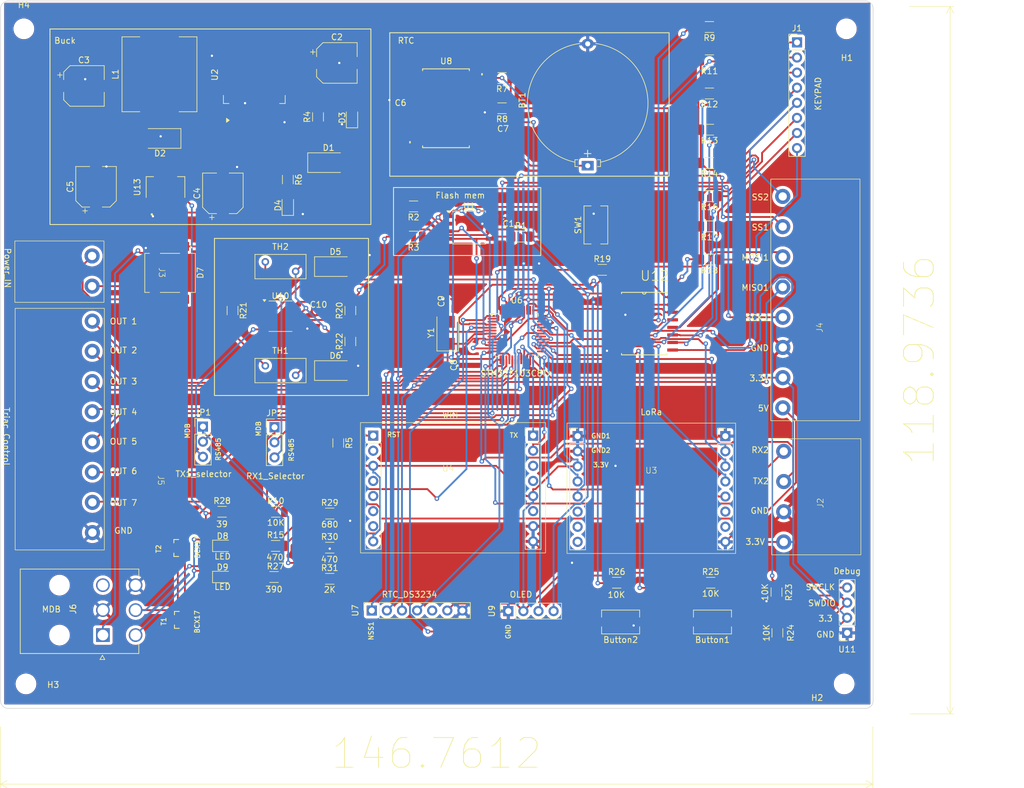
<source format=kicad_pcb>
(kicad_pcb (version 20241229) (generator "pcbnew") (generator_version "9.0")
  (layers (0 "F.Cu" signal) (2 "B.Cu" signal) (13 "F.Paste" user) (15 "B.Paste" user) (5 "F.SilkS" user "F.Silkscreen") (7 "B.SilkS" user "B.Silkscreen") (1 "F.Mask" user) (3 "B.Mask" user) (25 "Edge.Cuts" user))
  (net 0 "")
  (net 2 "/RX3")
  (net 3 "/3.3V")
  (net 9 "/RST_WIFI")
  (net 10 "/GND")
  (net 11 "/TX3")
  (net 20 "Net-(BT1-+)")
  (net 26 "/SCL_1")
  (net 31 "/SDA_1")
  (net 32 "/12V")
  (net 33 "/CS_flash")
  (net 34 "Net-(D3-A)")
  (net 35 "/5V")
  (net 36 "Net-(D4-A)")
  (net 37 "Net-(D5-K)")
  (net 38 "/KEY1")
  (net 39 "/KEY6")
  (net 40 "/KEY2")
  (net 41 "/KEY3")
  (net 42 "/KEY4")
  (net 43 "/KEY5")
  (net 44 "/KEY7")
  (net 45 "/KEY8")
  (net 46 "/NRST")
  (net 47 "Net-(D6-K)")
  (net 48 "/A+")
  (net 49 "/B-")
  (net 50 "/RST_flash")
  (net 51 "Net-(D1-K)")
  (net 52 "Net-(D2-K)")
  (net 53 "Net-(D8-A)")
  (net 54 "/SCK1")
  (net 55 "/MOSI1")
  (net 56 "/MISO1")
  (net 57 "/RX1")
  (net 58 "/TX_EN")
  (net 59 "/TX1")
  (net 60 "/RX2")
  (net 61 "/NSS1")
  (net 62 "/TX2")
  (net 63 "/RST_LoRa")
  (net 65 "/Button1")
  (net 66 "/DIO0")
  (net 67 "/GPIO_2")
  (net 68 "/GPIO_1")
  (net 69 "/Button2")
  (net 70 "/MISO2")
  (net 71 "/NSS2")
  (net 72 "/MOSI2")
  (net 73 "/OSC_OUT")
  (net 74 "/OUT4")
  (net 75 "/SCK2")
  (net 76 "/OSC_IN")
  (net 78 "/SQW")
  (net 79 "Net-(J3-Pin_1)")
  (net 80 "Net-(J3-Pin_2)")
  (net 86 "/OUT5")
  (net 87 "/OUT3")
  (net 88 "/OUT7")
  (net 89 "/OUT2")
  (net 90 "/OUT1")
  (net 91 "/OUT6")
  (net 92 "/SWCLK")
  (net 93 "/SWDIO")
  (net 95 "/MDB_uart/MR")
  (net 96 "Net-(D9-K)")
  (net 97 "/MDB_uart/MT")
  (net 99 "/TX_MDB")
  (net 100 "/TX_485")
  (net 101 "/RX_485")
  (net 102 "/RX_MDB")
  (net 103 "Net-(R28-Pad2)")
  (net 104 "Net-(R31-Pad2)")
  (footprint "Resistor_SMD:R_1206_3216Metric" (layer "F.Cu") (at 131.5359 75.8444 180)
    (property "Reference" "R2")
    (property "Value" "10K")
  )
  (footprint "Capacitor_SMD:C_01005_0402Metric" (layer "F.Cu") (at 129.3534 57.4294 180)
    (property "Reference" "C6")
    (property "Value" "104")
  )
  (footprint "Resistor_SMD:R_1206_3216Metric" (layer "F.Cu") (at 181.3052 84.7852 180)
    (property "Reference" "R18")
    (property "Value" "10K")
  )
  (footprint "Capacitor_SMD:C_01005_0402Metric" (layer "F.Cu") (at 147.4934 77.7494 180)
    (property "Reference" "C1")
    (property "Value" "104")
  )
  (footprint "MountingHole:MountingHole_3mm" (layer "F.Cu") (at 66.3448 156.1592)
    (property "Reference" "H3")
    (property "Value" "MountingHole")
  )
  (footprint "Button_Switch_SMD:SW_Tactile_SPST_NO_Straight_CK_PTS636Sx25SMTRLFS" (layer "F.Cu") (at 162.2044 78.9574 90)
    (property "Reference" "SW1")
    (property "Value" "RESET")
  )
  (footprint "LED_SMD:LED_0805_2012Metric" (layer "F.Cu") (at 121.1834 60.9369 90)
    (property "Reference" "D3")
    (property "Value" "LED")
  )
  (footprint "Resistor_SMD:R_1206_3216Metric" (layer "F.Cu") (at 117.4416 133.2484)
    (property "Reference" "R30")
    (property "Value" "470")
  )
  (footprint "Fuse:Fuse_BelFuse_0ZRE0005FF_L8.3mm_W3.8mm" (layer "F.Cu") (at 106.605 102.6542)
    (property "Reference" "TH1")
    (property "Value" "250-120U")
  )
  (footprint "Resistor_SMD:R_1206_3216Metric" (layer "F.Cu") (at 118.872 115.6315 -90)
    (property "Reference" "R5")
    (property "Value" "10K")
  )
  (footprint "Inductor_SMD:L_12x12mm_H8mm" (layer "F.Cu") (at 88.7984 53.6194 90)
    (property "Reference" "L1")
    (property "Value" "100uH/3A")
  )
  (footprint "Connector_PinHeader_2.54mm:PinHeader_1x03_P2.54mm_Vertical" (layer "F.Cu") (at 96.1136 112.8776)
    (property "Reference" "JP1")
    (property "Value" "TX1_selector")
  )
  (footprint "Connector_PinHeader_2.54mm:PinHeader_1x08_P2.54mm_Vertical" (layer "F.Cu") (at 196.0372 48.26)
    (property "Reference" "J1")
    (property "Value" "KEYPAD")
  )
  (footprint "Diode_SMD:D_SMA" (layer "F.Cu") (at 118.396 103.4542)
    (property "Reference" "D6")
    (property "Value" "6KE6.8CA")
  )
  (footprint "smart_meter:RTC_3232" (layer "F.Cu") (at 136.9905 59.3344)
    (property "Reference" "U8")
    (property "Value" "DS3232SN-T&R")
  )
  (footprint "Connector_PinHeader_2.54mm:PinHeader_1x03_P2.54mm_Vertical" (layer "F.Cu") (at 108.1532 112.9792)
    (property "Reference" "JP2")
    (property "Value" "RX1_Selector")
  )
  (footprint "Resistor_SMD:R_1206_3216Metric" (layer "F.Cu") (at 115.4684 60.7969 90)
    (property "Reference" "R4")
    (property "Value" "330")
  )
  (footprint "Fuse:Fuse_BelFuse_0ZRE0005FF_L8.3mm_W3.8mm" (layer "F.Cu") (at 106.605 85.1662)
    (property "Reference" "TH2")
    (property "Value" "250-120U")
  )
  (footprint "Resistor_SMD:R_1206_3216Metric" (layer "F.Cu") (at 181.3052 56.8452 180)
    (property "Reference" "R12")
    (property "Value" "10K")
  )
  (footprint "Resistor_SMD:R_1206_3216Metric" (layer "F.Cu") (at 117.4416 127.508)
    (property "Reference" "R29")
    (property "Value" "680")
  )
  (footprint "Capacitor_SMD:CP_Elec_6.3x7.7" (layer "F.Cu") (at 99.4664 73.6524 90)
    (property "Reference" "C4")
    (property "Value" "47UF/16V")
  )
  (footprint "Resistor_SMD:R_1206_3216Metric" (layer "F.Cu") (at 192.7352 147.574 -90)
    (property "Reference" "R24")
    (property "Value" "10K")
  )
  (footprint "smart_meter:RC8" (layer "F.Cu") (at 185.4398 88.7 90)
    (property "Reference" "J4")
    (property "Value" "SPI_conn")
  )
  (footprint "Resistor_SMD:R_1206_3216Metric" (layer "F.Cu") (at 110.3884 71.3339 -90)
    (property "Reference" "R6")
    (property "Value" "150")
  )
  (footprint "Diode_SMD:D_SMA" (layer "F.Cu") (at 118.396 85.9662)
    (property "Reference" "D5")
    (property "Value" "6KE6.8CA")
  )
  (footprint "Capacitor_SMD:C_0201_0603Metric" (layer "F.Cu") (at 137.2634 91.7914 90)
    (property "Reference" "C9")
    (property "Value" "22pF")
  )
  (footprint "smart_meter:MDB" (layer "F.Cu") (at 79.2836 147.9476 -90)
    (property "Reference" "J6")
    (property "Value" "MDB")
  )
  (footprint "smart_meter:BCX17" (layer "F.Cu") (at 91.9812 145.3896 90)
    (property "Reference" "T1")
    (property "Value" "BCX17")
  )
  (footprint "Resistor_SMD:R_1206_3216Metric" (layer "F.Cu") (at 146.4159 54.2544 180)
    (property "Reference" "R7")
    (property "Value" "4.7K")
  )
  (footprint "Package_SO:SOIC-8_3.9x4.9mm_P1.27mm" (layer "F.Cu") (at 109.155 94.3102)
    (property "Reference" "U10")
    (property "Value" "SP3485EN")
  )
  (footprint "Resistor_SMD:R_1206_3216Metric" (layer "F.Cu") (at 99.3354 127.2032)
    (property "Reference" "R28")
    (property "Value" "39")
  )
  (footprint "Connector_PinSocket_2.54mm:PinSocket_1x04_P2.54mm_Vertical" (layer "F.Cu") (at 147.4724 143.9164 90)
    (property "Reference" "U9")
    (property "Value" "OLED")
  )
  (footprint "LED_SMD:LED_0805_2012Metric" (layer "F.Cu") (at 99.42 132.9436)
    (property "Reference" "D8")
    (property "Value" "LED")
  )
  (footprint "MountingHole:MountingHole_3mm" (layer "F.Cu") (at 65.9892 45.974)
    (property "Reference" "H4")
    (property "Value" "MountingHole")
  )
  (footprint "Resistor_SMD:R_1206_3216Metric" (layer "F.Cu") (at 181.3052 51.2572 180)
    (property "Reference" "R11")
    (property "Value" "10K")
  )
  (footprint "Resistor_SMD:R_1206_3216Metric" (layer "F.Cu") (at 165.7096 139.1412)
    (property "Reference" "R26")
    (property "Value" "10K")
  )
  (footprint "Resistor_SMD:R_1206_3216Metric" (layer "F.Cu") (at 120.904 93.3597 90)
    (property "Reference" "R20")
    (property "Value" "10K")
  )
  (footprint "Resistor_SMD:R_1206_3216Metric" (layer "F.Cu") (at 101.092 93.3597 -90)
    (property "Reference" "R21")
    (property "Value" "120")
  )
  (footprint "Package_SO:SOIC-8_5.3x5.3mm_P1.27mm" (layer "F.Cu") (at 140.8959 79.3894)
    (property "Reference" "U1")
    (property "Value" "AT45DB321E-SHF-T")
  )
  (footprint "smart_meter:RC2" (layer "F.Cu") (at 84.0756 86.92 -90)
    (property "Reference" "J3")
    (property "Value" "Power_IN")
  )
  (footprint "Capacitor_SMD:C_0201_0603Metric" (layer "F.Cu") (at 137.2634 102.5314 -90)
    (property "Reference" "C8")
    (property "Value" "22pF")
  )
  (footprint "Resistor_SMD:R_1206_3216Metric" (layer "F.Cu") (at 181.3052 74.1172 180)
    (property "Reference" "R16")
    (property "Value" "10K")
  )
  (footprint "smart_meter:RC4" (layer "F.Cu") (at 185.1858 124.9204 90)
    (property "Reference" "J2")
    (property "Value" "UART_conn")
  )
  (footprint "Resistor_SMD:R_1206_3216Metric" (layer "F.Cu") (at 131.5359 80.9244 180)
    (property "Reference" "R3")
    (property "Value" "10K")
  )
  (footprint "Resistor_SMD:R_1206_3216Metric" (layer "F.Cu") (at 181.3052 68.5292 180)
    (property "Reference" "R14")
    (property "Value" "10K")
  )
  (footprint "Connector_PinSocket_2.54mm:PinSocket_1x04_P2.54mm_Vertical" (layer "F.Cu") (at 204.47 147.574 180)
    (property "Reference" "U11")
    (property "Value" "Debug")
  )
  (footprint "smart_meter:BCX17" (layer "F.Cu") (at 91.8796 133.2992 90)
    (property "Reference" "T2")
    (property "Value" "BCX17")
  )
  (footprint "LED_SMD:LED_0805_2012Metric" (layer "F.Cu") (at 99.4156 138.176)
    (property "Reference" "D9")
    (property "Value" "LED")
  )
  (footprint "Resistor_SMD:R_1206_3216Metric" (layer "F.Cu") (at 181.5191 139.1412)
    (property "Reference" "R25")
    (property "Value" "10K")
  )
  (footprint "smart_meter:PCA955" (layer "F.Cu") (at 170.3324 95.5548)
    (property "Reference" "U12")
    (property "Value" "PCA9554AD_118")
  )
  (footprint "LED_SMD:LED_0805_2012Metric" (layer "F.Cu") (at 110.3884 75.6689 90)
    (property "Reference" "D4")
    (property "Value" "LED")
  )
  (footprint "Capacitor_SMD:CP_Elec_6.3x7.7" (layer "F.Cu") (at 118.6434 51.7144)
    (property "Reference" "C2")
    (property "Value" "100U/50V")
  )
  (footprint "Resistor_SMD:R_1206_3216Metric" (layer "F.Cu") (at 192.5828 140.716 -90)
    (property "Reference" "R23")
    (property "Value" "10K")
  )
  (footprint "Crystal:Crystal_SMD_5032-2Pin_5.0x3.2mm" (layer "F.Cu") (at 137.2634 97.1064 90)
    (property "Reference" "Y1")
    (property "Value" "8MHZ")
  )
  (footprint "Capacitor_SMD:CP_Elec_6.3x7.7" (layer "F.Cu") (at 76.0984 55.5844)
    (property "Reference" "C3")
    (property "Value" "1000U/16V")
  )
  (footprint "smart_meter:RC8" (layer "F.Cu") (at 85.7106 116.1764 -90)
    (property "Reference" "J5")
    (property "Value" "Triac Control")
  )
  (footprint "Resistor_SMD:R_1206_3216Metric" (layer "F.Cu") (at 108.073 138.176)
    (property "Reference" "R27")
    (property "Value" "390")
  )
  (footprint "Diode_SMD:Diode_Bridge_OnSemi_SDIP-4L" (layer "F.Cu") (at 90.5764 87.0204 -90)
    (property "Reference" "D7")
    (property "Value" "DF02S")
  )
  (footprint "Connector_PinSocket_2.54mm:PinSocket_1x07_P2.54mm_Vertical" (layer "F.Cu") (at 124.5108 143.8148 90)
    (property "Reference" "U7")
    (property "Value" "RTC_DS3234")
  )
  (footprint "Resistor_SMD:R_1206_3216Metric" (layer "F.Cu") (at 108.3564 127.2032)
    (property "Reference" "R10")
    (property "Value" "10K")
  )
  (footprint "MountingHole:MountingHole_3mm" (layer "F.Cu") (at 203.962 156.1592)
    (property "Reference" "H2")
    (property "Value" "MountingHole")
  )
  (footprint "MountingHole:MountingHole_3mm" (layer "F.Cu") (at 204.3392 45.974)
    (property "Reference" "H1")
    (property "Value" "MountingHole")
  )
  (footprint "Resistor_SMD:R_1206_3216Metric" (layer "F.Cu") (at 108.327 132.9436)
    (property "Reference" "R15")
    (property "Value" "470")
  )
  (footprint "Capacitor_SMD:CP_Elec_6.3x7.7" (layer "F.Cu") (at 78.1304 72.5424 90)
    (property "Reference" "C5")
    (property "Value" "47UF/16V")
  )
  (footprint "smart_meter:wifi" (layer "F.Cu") (at 137.601 105.339)
    (property "Reference" "U4")
    (property "Value" "Wifi")
  )
  (footprint "Button_Switch_SMD:SW_Tactile_SPST_NO_Straight_CK_PTS636Sx25SMTRLFS" (layer "F.Cu") (at 166.37 145.7452)
    (property "Reference" "SW3")
    (property "Value" "Button2")
  )
  (footprint "Button_Switch_SMD:SW_Tactile_SPST_NO_Straight_CK_PTS636Sx25SMTRLFS" (layer "F.Cu") (at 181.8132 145.7452)
    (property "Reference" "SW2")
    (property "Value" "Button1")
  )
  (footprint "Resistor_SMD:R_1206_3216Metric" (layer "F.Cu") (at 181.3052 45.6692 180)
    (property "Reference" "R9")
    (property "Value" "10K")
  )
  (footprint "Package_QFP:LQFP-48_7x7mm_P0.5mm" (layer "F.Cu") (at 148.8979 97.4784)
    (property "Reference" "U6")
    (property "Value" "STM32F103C8Tx")
  )
  (footprint "Diode_SMD:D_SMA" (layer "F.Cu") (at 88.8934 64.4144 180)
    (property "Reference" "D2")
    (property "Value" "1N5822")
  )
  (footprint "Resistor_SMD:R_1206_3216Metric" (layer "F.Cu") (at 117.4416 138.4808)
    (property "Reference" "R31")
    (property "Value" "2K")
  )
  (footprint "Resistor_SMD:R_1206_3216Metric" (layer "F.Cu") (at 120.904 98.5627 90)
    (property "Reference" "R22")
    (property "Value" "10K")
  )
  (footprint "Diode_SMD:D_SMA" (layer "F.Cu") (at 117.2464 68.4784)
    (property "Reference" "D1")
    (property "Value" "1N4007")
  )
  (footprint "Resistor_SMD:R_1206_3216Metric" (layer "F.Cu") (at 146.4159 59.3344 180)
    (property "Reference" "R8")
    (property "Value" "4.7K")
  )
  (footprint "Resistor_SMD:R_1206_3216Metric" (layer "F.Cu") (at 163.2819 86.5124)
    (property "Reference" "R19")
    (property "Value" "10K")
  )
  (footprint "smart_meter:LM3.3V" (layer "F.Cu") (at 89.8144 72.5932 90)
    (property "Reference" "U13")
    (property "Value" "LM317DCY")
  )
  (footprint "Capacitor_SMD:C_01005_0402Metric" (layer "F.Cu") (at 115.549 93.3597)
    (property "Reference" "C10")
    (property "Value" "100nF")
  )
  (footprint "Battery:Battery_Panasonic_CR2032-HFN_Horizontal_CircularHoles" (layer "F.Cu") (at 160.8283 68.9944 90)
    (property "Reference" "BT1")
    (property "Value" "Battery20mm")
  )
  (footprint "Resistor_SMD:R_1206_3216Metric" (layer "F.Cu") (at 181.3052 62.9412 180)
    (property "Reference" "R13")
    (property "Value" "10K")
  )
  (footprint "Resistor_SMD:R_1206_3216Metric" (layer "F.Cu") (at 181.3052 79.1972 180)
    (property "Reference" "R17")
    (property "Value" "10K")
  )
  (footprint "smart_meter:LoRa" (layer "F.Cu") (at 175.2541 107.4866)
    (property "Reference" "U3")
    (property "Value" "LoRa")
  )
  (footprint "Resistor_SMD:R_1206_3216Metric" (layer "F.Cu") (at 149.5659 80.9244)
    (property "Reference" "R1")
    (property "Value" "10K")
  )
  (footprint "Package_TO_SOT_SMD:TO-263-5_TabPin3" (layer "F.Cu") (at 104.7484 53.7094 90)
    (property "Reference" "U2")
    (property "Value" "LM2576HVS-5")
  )
  (footprint "Capacitor_SMD:C_01005_0402Metric" (layer "F.Cu") (at 146.5834 63.7794)
    (property "Reference" "C7")
    (property "Value" "104")
  )
  (gr_rect (start 127.5334 46.6344) (end 174.5234 70.7644) (stroke (width 0.15)) (fill no) (layer "F.SilkS"))
  (gr_rect (start 70.3834 45.9994) (end 124.3584 78.8924) (stroke (width 0.15)) (fill no) (layer "F.SilkS"))
  (gr_rect (start 98.044 81.2292) (end 123.952 107.6452) (stroke (width 0.15)) (fill no) (layer "F.SilkS"))
  (gr_rect (start 128.1684 72.6694) (end 152.9334 84.0994) (stroke (width 0.15)) (fill no) (layer "F.SilkS"))
  (gr_line (start 62.0776 159.004) (end 62.0776 42.5704) (stroke (width 0.1)) (layer "Edge.Cuts"))
  (gr_arc (start 63.3476 160.274) (mid 62.449574 159.902026) (end 62.0776 159.004) (stroke (width 0.1)) (layer "Edge.Cuts"))
  (gr_arc (start 62.0776 42.5704) (mid 62.449574 41.672374) (end 63.3476 41.3004) (stroke (width 0.1)) (layer "Edge.Cuts"))
  (gr_line (start 63.3476 41.3004) (end 207.5688 41.3004) (stroke (width 0.1)) (layer "Edge.Cuts"))
  (gr_line (start 208.8388 42.5704) (end 208.8388 159.004) (stroke (width 0.1)) (layer "Edge.Cuts"))
  (gr_arc (start 207.5688 41.3004) (mid 208.466826 41.672374) (end 208.8388 42.5704) (stroke (width 0.1)) (layer "Edge.Cuts"))
  (gr_arc (start 208.8388 159.004) (mid 208.466826 159.902026) (end 207.5688 160.274) (stroke (width 0.1)) (layer "Edge.Cuts"))
  (gr_line (start 207.5688 160.274) (end 63.3476 160.274) (stroke (width 0.1)) (layer "Edge.Cuts"))
  (gr_text "MISO1" (at 186.618667 90.097429 0) (layer "F.SilkS") (effects (font (size 1 1)) (justify left bottom)))
  (gr_text "RX2" (at 188.285333 117.3988 0) (layer "F.SilkS") (effects (font (size 1 1)) (justify left bottom)))
  (gr_text "3.3V" (at 161.645562 119.7864 0) (layer "F.SilkS") (effects (font (size 0.8 0.8)) (justify left bottom)))
  (gr_text "OUT 3" (at 80.3656 105.8672 0) (layer "F.SilkS") (effects (font (size 1 1)) (justify left bottom)))
  (gr_text "SS2" (at 188.332952 74.8792 0) (layer "F.SilkS") (effects (font (size 1 1)) (justify left bottom)))
  (gr_text "RS485" (at 99.1616 118.7196 90) (layer "F.SilkS") (effects (font (size 0.8 0.8)) (justify left bottom)))
  (gr_text "SS1" (at 188.332952 79.951943 0) (layer "F.SilkS") (effects (font (size 1 1)) (justify left bottom)))
  (gr_text "GND" (at 147.9296 148.6916 90) (layer "F.SilkS") (effects (font (size 0.8 0.8)) (justify left bottom)))
  (gr_text "SWCLK" (at 197.4088 140.462 0) (layer "F.SilkS") (effects (font (size 1 1)) (justify left bottom)))
  (gr_text "GND" (at 81.127505 130.9624 0) (layer "F.SilkS") (effects (font (size 1 1)) (justify left bottom)))
  (gr_text "SWDIO" (at 197.8152 143.1544 0) (layer "F.SilkS") (effects (font (size 1 1)) (justify left bottom)))
  (gr_text "OUT 4" (at 80.3656 110.998 0) (layer "F.SilkS") (effects (font (size 1 1)) (justify left bottom)))
  (gr_text "OUT 5" (at 80.3656 115.9764 0) (layer "F.SilkS") (effects (font (size 1 1)) (justify left bottom)))
  (gr_text "Buck" (at 71.0184 48.5394 0) (layer "F.SilkS") (effects (font (size 1 1)) (justify left bottom)))
  (gr_text "GND" (at 199.1868 148.4376 0) (layer "F.SilkS") (effects (font (size 1 1)) (justify left bottom)))
  (gr_text "RST" (at 127 114.7064 0) (layer "F.SilkS") (effects (font (size 0.8 0.8)) (justify left bottom)))
  (gr_text "RTC" (at 128.8034 48.5394 0) (layer "F.SilkS") (effects (font (size 1 1)) (justify left bottom)))
  (gr_text "MOSI1" (at 186.618667 85.024686 0) (layer "F.SilkS") (effects (font (size 1 1)) (justify left bottom)))
  (gr_text "TX2" (at 188.523428 122.6312 0) (layer "F.SilkS") (effects (font (size 1 1)) (justify left bottom)))
  (gr_text "MDB" (at 93.98 114.9604 90) (layer "F.SilkS") (effects (font (size 0.8 0.8)) (justify left bottom)))
  (gr_text "MDB" (at 105.918 114.6048 90) (layer "F.SilkS") (effects (font (size 0.8 0.8)) (justify left bottom)))
  (gr_text "RS485" (at 111.4552 118.8212 90) (layer "F.SilkS") (effects (font (size 0.8 0.8)) (justify left bottom)))
  (gr_text "3.3" (at 199.5424 145.7452 0) (layer "F.SilkS") (effects (font (size 1 1)) (justify left bottom)))
  (gr_text "OUT 7" (at 80.3656 126.2888 0) (layer "F.SilkS") (effects (font (size 1 1)) (justify left bottom)))
  (gr_text "OUT 6" (at 80.3656 120.9548 0) (layer "F.SilkS") (effects (font (size 1 1)) (justify left bottom)))
  (gr_text "NSS1" (at 124.8664 148.8948 90) (layer "F.SilkS") (effects (font (size 0.8 0.8)) (justify left bottom)))
  (gr_text "GND2" (at 161.3408 117.348 0) (layer "F.SilkS") (effects (font (size 0.8 0.8)) (justify left bottom)))
  (gr_text "5V" (at 189.380571 110.3884 0) (layer "F.SilkS") (effects (font (size 1 1)) (justify left bottom)))
  (gr_text "GND" (at 188.142476 127.6096 0) (layer "F.SilkS") (effects (font (size 1 1)) (justify left bottom)))
  (gr_text "Flash mem" (at 135.1534 74.5744 0) (layer "F.SilkS") (effects (font (size 1 1)) (justify left bottom)))
  (gr_text "GND" (at 188.142476 100.242914 0) (layer "F.SilkS") (effects (font (size 1 1)) (justify left bottom)))
  (gr_text "GND1" (at 161.3408 114.9096 0) (layer "F.SilkS") (effects (font (size 0.8 0.8)) (justify left bottom)))
  (gr_text "3.3V" (at 187.285334 132.842 0) (layer "F.SilkS") (effects (font (size 1 1)) (justify left bottom)))
  (gr_text "OUT 2" (at 80.3656 100.6348 0) (layer "F.SilkS") (effects (font (size 1 1)) (justify left bottom)))
  (gr_text "OUT 1" (at 80.3656 95.758 0) (layer "F.SilkS") (effects (font (size 1 1)) (justify left bottom)))
  (gr_text "3.3V" (at 187.952 105.315657 0) (layer "F.SilkS") (effects (font (size 1 1)) (justify left bottom)))
  (gr_text "SCK1" (at 187.285333 95.170171 0) (layer "F.SilkS") (effects (font (size 1 1)) (justify left bottom)))
  (gr_text "TX" (at 147.6248 114.808 0) (layer "F.SilkS") (effects (font (size 0.8 0.8)) (justify left bottom)))
  (dimension (type orthogonal) (layer "F.SilkS") (pts (xy 214.4776 42.2148) (xy 214.4776 161.1884)) (height 7.3152) (orientation 1) (format (prefix "") (suffix "") (units 3) (units_format 0) (precision 4) (suppress_zeroes yes)) (style (thickness 0.1) (arrow_length 1.27) (text_position_mode 0) (arrow_direction outward) (extension_height 0.58642) (extension_offset 0.5) (keep_text_aligned yes)) (gr_text "118.9736" (at 216.6428 101.7016 90) (layer "F.SilkS") (effects (font (size 5 5) (thickness 0.15)))))
  (dimension (type orthogonal) (layer "F.SilkS") (pts (xy 208.788 162.8648) (xy 62.0268 162.8648)) (height 10.16) (orientation 0) (format (prefix "") (suffix "") (units 3) (units_format 0) (precision 4) (suppress_zeroes yes)) (style (thickness 0.1) (arrow_length 1.27) (text_position_mode 0) (arrow_direction outward) (extension_height 0.58642) (extension_offset 0.5) (keep_text_aligned yes)) (gr_text "146.7612" (at 135.4074 167.8748 0) (layer "F.SilkS") (effects (font (size 5 5) (thickness 0.15)))))
  (segment (start 152.4689 115.7825) (end 151.651 115.7825) (width 0.3048) (layer "F.Cu") (net 2))
  (segment (start 153.5237 114.7277) (end 152.4689 115.7825) (width 0.3048) (layer "F.Cu") (net 2))
  (segment (start 151.651 116.939) (end 151.651 115.7825) (width 0.3048) (layer "F.Cu") (net 2))
  (segment (start 150.9156 100.5958) (end 150.6479 100.8635) (width 0.3048) (layer "F.Cu") (net 2))
  (segment (start 150.6479 100.8635) (end 150.6479 101.6409) (width 0.3048) (layer "F.Cu") (net 2))
  (segment (start 152.1257 100.5958) (end 150.9156 100.5958) (width 0.3048) (layer "F.Cu") (net 2))
  (segment (start 153.5237 113.8215) (end 153.5237 114.7277) (width 0.3048) (layer "F.Cu") (net 2))
  (segment (start 153.5237 101.2842) (end 152.8141 101.2842) (width 0.3048) (layer "F.Cu") (net 2))
  (segment (start 152.8141 101.2842) (end 152.1257 100.5958) (width 0.3048) (layer "F.Cu") (net 2))
  (via (at 153.5237 113.8215) (size 0.762) (drill 0.381) (layers "F.Cu" "B.Cu") (net 2))
  (via (at 153.5237 101.2842) (size 0.762) (drill 0.381) (layers "F.Cu" "B.Cu") (net 2))
  (segment (start 153.5237 101.2842) (end 153.5237 113.8215) (width 0.3048) (layer "B.Cu") (net 2))
  (segment (start 89.8144 69.6932) (end 91.7459 69.6932) (width 0.3048) (layer "F.Cu") (net 3))
  (segment (start 124.1728 119.479) (end 123.5945 119.479) (width 0.3048) (layer "F.Cu") (net 3))
  (segment (start 134.1574 79.7137) (end 135.1031 80.6594) (width 0.3048) (layer "F.Cu") (net 3))
  (segment (start 192.7352 149.0365) (end 200.4675 149.0365) (width 0.3048) (layer "F.Cu") (net 3))
  (segment (start 179.7919 84.7344) (end 179.8427 84.7852) (width 0.3048) (layer "F.Cu") (net 3))
  (segment (start 183.7427 73.2978) (end 183.3796 72.9347) (width 0.3048) (layer "F.Cu") (net 3))
  (segment (start 98.9441 76.8747) (end 99.4664 76.3524) (width 0.3048) (layer "F.Cu") (net 3))
  (segment (start 150.0124 143.9164) (end 155.9947 137.9341) (width 0.3048) (layer "F.Cu") (net 3))
  (segment (start 154.655 104.648) (end 193.6496 104.648) (width 0.3048) (layer "F.Cu") (net 3))
  (segment (start 145.4145 119.479) (end 125.9075 119.479) (width 0.3048) (layer "F.Cu") (net 3))
  (segment (start 183.3796 72.9347) (end 181.0252 72.9347) (width 0.3048) (layer "F.Cu") (net 3))
  (segment (start 99.4664 76.3524) (end 105.9474 69.8714) (width 0.3048) (layer "F.Cu") (net 3))
  (segment (start 154.2904 94.2474) (end 153.5414 94.2474) (width 0.3048) (layer "F.Cu") (net 3))
  (segment (start 179.8427 74.1172) (end 179.8427 79.1972) (width 0.3048) (layer "F.Cu") (net 3))
  (segment (start 124.751 119.479) (end 125.9075 119.479) (width 0.3048) (layer "F.Cu") (net 3))
  (segment (start 129.9644 57.0754) (end 129.7874 57.2524) (width 0.3048) (layer "F.Cu") (net 3))
  (segment (start 89.8144 76.8747) (end 98.9441 76.8747) (width 0.3048) (layer "F.Cu") (net 3))
  (segment (start 184.4937 73.2978) (end 183.7427 73.2978) (width 0.3048) (layer "F.Cu") (net 3))
  (segment (start 138.3791 142.6465) (end 148.7425 142.6465) (width 0.3048) (layer "F.Cu") (net 3))
  (segment (start 152.0423 123.4025) (end 151.651 123.4025) (width 0.3048) (layer "F.Cu") (net 3))
  (segment (start 147.7434 79.07) (end 148.3868 79.7134) (width 0.3048) (layer "F.Cu") (net 3))
  (segment (start 179.8427 68.5292) (end 181.0252 69.7117) (width 0.3048) (layer "F.Cu") (net 3))
  (segment (start 120.904 91.8972) (end 114.808 91.8972) (width 0.3048) (layer "F.Cu") (net 3))
  (segment (start 130.0734 79.7137) (end 134.1574 79.7137) (width 0.3048) (layer "F.Cu") (net 3))
  (segment (start 130.6531 57.0754) (end 129.9644 57.0754) (width 0.3048) (layer "F.Cu") (net 3))
  (segment (start 181.0252 72.9347) (end 179.8427 74.1172) (width 0.3048) (layer "F.Cu") (net 3))
  (segment (start 129.6104 57.5185) (end 129.6104 57.7201) (width 0.3048) (layer "F.Cu") (net 3))
  (segment (start 147.7434 77.7494) (end 147.7434 79.07) (width 0.3048) (layer "F.Cu") (net 3))
  (segment (start 98.4051 76.3524) (end 99.4664 76.3524) (width 0.3048) (layer "F.Cu") (net 3))
  (segment (start 145.7371 98.6837) (end 144.7801 98.6837) (width 0.3004) (layer "F.Cu") (net 3))
  (segment (start 91.7459 69.6932) (end 98.4051 76.3524) (width 0.3048) (layer "F.Cu") (net 3))
  (segment (start 189.8396 132.2832) (end 182.9816 139.1412) (width 0.3048) (layer "F.Cu") (net 3))
  (segment (start 161.5491 89.7077) (end 164.7444 86.5124) (width 0.3048) (layer "F.Cu") (net 3))
  (segment (start 164.7444 83.8138) (end 161.855 80.9244) (width 0.3048) (layer "F.Cu") (net 3))
  (segment (start 147.8784 54.2544) (end 147.8784 56.7944) (width 0.3048) (layer "F.Cu") (net 3))
  (segment (start 129.6104 57.7201) (end 128.6276 58.7029) (width 0.3048) (layer "F.Cu") (net 3))
  (segment (start 115.299 92.3882) (end 114.808 91.8972) (width 0.3048) (layer "F.Cu") (net 3))
  (segment (start 181.3074 137.467) (end 168.8463 137.467) (width 0.3048) (layer "F.Cu") (net 3))
  (segment (start 169.302 86.5124) (end 173.8994 91.1098) (width 0.3048) (layer "F.Cu") (net 3))
  (segment (start 188.4581 67.2789) (end 189.0596 67.2789) (width 0.3048) (layer "F.Cu") (net 3))
  (segment (start 159.1341 119.5666) (end 155.8782 119.5666) (width 0.3048) (layer "F.Cu") (net 3))
  (segment (start 147.3922 89.7077) (end 154.301 89.7077) (width 0.3048) (layer "F.Cu") (net 3))
  (segment (start 179.8427 84.7852) (end 179.8427 79.1972) (width 0.3048) (layer "F.Cu") (net 3))
  (segment (start 120.904 91.8972) (end 122.3772 90.424) (width 0.3048) (layer "F.Cu") (net 3))
  (segment (start 149.8174 79.7134) (end 148.3868 79.7134) (width 0.3048) (layer "F.Cu") (net 3))
  (segment (start 151.0284 80.9244) (end 149.8174 79.7134) (width 0.3048) (layer "F.Cu") (net 3))
  (segment (start 145.9197 93.0877) (end 145.9197 91.1802) (width 0.3048) (layer "F.Cu") (net 3))
  (segment (start 132.8766 57.4294) (end 133.4997 57.4294) (width 0.3048) (layer "F.Cu") (net 3))
  (segment (start 151.6479 101.6409) (end 154.655 104.648) (width 0.3048) (layer "F.Cu") (net 3))
  (segment (start 179.4396 62.5381) (end 179.8427 62.9412) (width 0.3048) (layer "F.Cu") (net 3))
  (segment (start 179.8427 62.9412) (end 179.8427 68.5292) (width 0.3048) (layer "F.Cu") (net 3))
  (segment (start 130.0734 80.9244) (end 127.0508 80.9244) (width 0.3048) (layer "F.Cu") (net 3))
  (segment (start 154.301 89.7077) (end 161.5491 89.7077) (width 0.3048) (layer "F.Cu") (net 3))
  (segment (start 147.8784 56.7944) (end 134.1347 56.7944) (width 0.3048) (layer "F.Cu") (net 3))
  (segment (start 175.1076 91.1098) (end 173.8994 91.1098) (width 0.3048) (layer "F.Cu") (net 3))
  (segment (start 105.9474 69.8714) (end 110.3884 69.8714) (width 0.3048) (layer "F.Cu") (net 3))
  (segment (start 146.98 98.6837) (end 145.7371 98.6837) (width 0.3048) (layer "F.Cu") (net 3))
  (segment (start 89.8144 75.4932) (end 89.8144 76.8747) (width 0.3048) (layer "F.Cu") (net 3))
  (segment (start 114.808 91.8972) (end 112.138 91.8972) (width 0.3048) (layer "F.Cu") (net 3))
  (segment (start 177.5968 84.7344) (end 179.7919 84.7344) (width 0.3048) (layer "F.Cu") (net 3))
  (segment (start 129.6995 57.4294) (end 129.6104 57.5185) (width 0.3048) (layer "F.Cu") (net 3))
  (segment (start 182.9816 139.1412) (end 181.3074 137.467) (width 0.3048) (layer "F.Cu") (net 3))
  (segment (start 146.1479 93.3159) (end 145.9197 93.0877) (width 0.3048) (layer "F.Cu") (net 3))
  (segment (start 112.138 91.8972) (end 111.63 92.4052) (width 0.3048) (layer "F.Cu") (net 3))
  (segment (start 117.2327 67.9915) (end 117.2327 68.9601) (width 0.3048) (layer "F.Cu") (net 3))
  (segment (start 144.7801 98.6837) (end 144.7354 98.7284) (width 0.3004) (layer "F.Cu") (net 3))
  (segment (start 130.0734 79.7137) (end 130.0734 80.9244) (width 0.3048) (layer "F.Cu") (net 3))
  (segment (start 189.0596 67.2789) (end 189.4996 67.7189) (width 0.3048) (layer "F.Cu") (net 3))
  (segment (start 131.0071 57.4294) (end 130.6531 57.0754) (width 0.3048) (layer "F.Cu") (net 3))
  (segment (start 179.4396 59.3344) (end 179.4396 62.5381) (width 0.3048) (layer "F.Cu") (net 3))
  (segment (start 132.8766 57.4294) (end 132.2534 57.4294) (width 0.3048) (layer "F.Cu") (net 3))
  (segment (start 127.0508 80.9244) (end 126.6444 81.3308) (width 0.3048) (layer "F.Cu") (net 3))
  (segment (start 179.8427 56.8452) (end 179.4396 57.2483) (width 0.3048) (layer "F.Cu") (net 3))
  (segment (start 189.4996 68.2919) (end 184.4937 73.2978) (width 0.3048) (layer "F.Cu") (net 3))
  (segment (start 175.1076 89.2556) (end 176.6824 87.6808) (width 0.3048) (layer "F.Cu") (net 3))
  (segment (start 175.1076 91.1098) (end 175.1076 89.2556) (width 0.3048) (layer "F.Cu") (net 3))
  (segment (start 164.7444 86.5124) (end 169.302 86.5124) (width 0.3048) (layer "F.Cu") (net 3))
  (segment (start 189.4996 67.7189) (end 189.4996 68.2919) (width 0.3048) (layer "F.Cu") (net 3))
  (segment (start 153.0604 94.7284) (end 150.9353 94.7284) (width 0.3048) (layer "F.Cu") (net 3))
  (segment (start 118.872 117.094) (end 121.2095 117.094) (width 0.3048) (layer "F.Cu") (net 3))
  (segment (start 161.855 80.9244) (end 151.0284 80.9244) (width 0.3048) (layer "F.Cu") (net 3))
  (segment (start 126.5213 58.7029) (end 117.2327 67.9915) (width 0.3048) (layer "F.Cu") (net 3))
  (segment (start 116.3214 69.8714) (end 110.3884 69.8714) (width 0.3048) (layer "F.Cu") (net 3))
  (segment (start 165.965 137.9341) (end 167.1721 139.1412) (width 0.3048) (layer "F.Cu") (net 3))
  (segment (start 186.0253 69.7117) (end 188.4581 67.2789) (width 0.3048) (layer "F.Cu") (net 3))
  (segment (start 129.7396 57.4294) (end 129.6995 57.4294) (width 0.3048) (layer "F.Cu") (net 3))
  (segment (start 151.651 124.559) (end 150.4945 124.559) (width 0.3048) (layer "F.Cu") (net 3))
  (segment (start 147.8784 56.7944) (end 147.8784 59.3344) (width 0.3048) (layer "F.Cu") (net 3))
  (segment (start 132.2534 57.4294) (end 131.0071 57.4294) (width 0.3048) (layer "F.Cu") (net 3))
  (segment (start 129.7874 57.3816) (end 129.7396 57.4294) (width 0.3048) (layer "F.Cu") (net 3))
  (segment (start 122.3772 90.424) (end 122.3772 89.916) (width 0.3048) (layer "F.Cu") (net 3))
  (segment (start 130.0734 75.8444) (end 130.0734 79.7137) (width 0.3048) (layer "F.Cu") (net 3))
  (segment (start 143.8484 80.6594) (end 144.4834 80.0244) (width 0.3048) (layer "F.Cu") (net 3))
  (segment (start 153.5414 94.2474) (end 153.0604 94.7284) (width 0.3048) (layer "F.Cu") (net 3))
  (segment (start 155.8782 119.5666) (end 152.0423 123.4025) (width 0.3048) (layer "F.Cu") (net 3))
  (segment (start 200.4675 149.0365) (end 204.47 145.034) (width 0.3048) (layer "F.Cu") (net 3))
  (segment (start 148.7425 142.6465) (end 150.0124 143.9164) (width 0.3048) (layer "F.Cu") (net 3))
  (segment (start 181.0252 69.7117) (end 186.0253 69.7117) (width 0.3048) (layer "F.Cu") (net 3))
  (segment (start 155.9947 137.9341) (end 165.965 137.9341) (width 0.3048) (layer "F.Cu") (net 3))
  (segment (start 168.8463 137.467) (end 167.1721 139.1412) (width 0.3048) (layer "F.Cu") (net 3))
  (segment (start 150.4945 124.559) (end 145.4145 119.479) (width 0.3048) (layer "F.Cu") (net 3))
  (segment (start 193.802 132.2832) (end 189.8396 132.2832) (width 0.3048) (layer "F.Cu") (net 3))
  (segment (start 115.299 93.3597) (end 115.299 92.3882) (width 0.3048) (layer "F.Cu") (net 3))
  (segment (start 148.3868 79.7134) (end 144.7944 79.7134) (width 0.3048) (layer "F.Cu") (net 3))
  (segment (start 150.9353 94.7284) (end 146.98 98.6837) (width 0.3048) (layer "F.Cu") (net 3))
  (segment (start 151.651 124.559) (end 151.651 123.4025) (width 0.3048) (layer "F.Cu") (net 3))
  (segment (start 135.1031 80.6594) (end 143.8484 80.6594) (width 0.3048) (layer "F.Cu") (net 3))
  (segment (start 117.2327 68.9601) (end 116.3214 69.8714) (width 0.3048) (layer "F.Cu") (net 3))
  (segment (start 179.4396 59.3344) (end 147.8784 59.3344) (width 0.3048) (layer "F.Cu") (net 3))
  (segment (start 124.1728 119.479) (end 124.751 119.479) (width 0.3048) (layer "F.Cu") (net 3))
  (segment (start 128.6276 58.7029) (end 126.5213 58.7029) (width 0.3048) (layer "F.Cu") (net 3))
  (segment (start 129.7874 57.2524) (end 129.7874 57.3816) (width 0.3048) (layer "F.Cu") (net 3))
  (segment (start 179.8427 56.8452) (end 179.8427 51.2572) (width 0.3048) (layer "F.Cu") (net 3))
  (segment (start 164.7444 86.5124) (end 164.7444 83.8138) (width 0.3048) (layer "F.Cu") (net 3))
  (segment (start 145.9197 91.1802) (end 147.3922 89.7077) (width 0.3048) (layer "F.Cu") (net 3))
  (segment (start 179.8427 45.6692) (end 179.8427 51.2572) (width 0.3048) (layer "F.Cu") (net 3))
  (segment (start 179.4396 57.2483) (end 179.4396 59.3344) (width 0.3048) (layer "F.Cu") (net 3))
  (segment (start 134.1347 56.7944) (end 133.4997 57.4294) (width 0.3048) (layer "F.Cu") (net 3))
  (segment (start 137.2108 143.8148) (end 138.3791 142.6465) (width 0.3048) (layer "F.Cu") (net 3))
  (segment (start 144.7944 79.7134) (end 144.4834 80.0244) (width 0.3048) (layer "F.Cu") (net 3))
  (segment (start 121.2095 117.094) (end 123.5945 119.479) (width 0.3048) (layer "F.Cu") (net 3))
  (via (at 177.5968 84.7344) (size 0.762) (drill 0.381) (layers "F.Cu" "B.Cu") (net 3))
  (via (at 126.6444 81.3308) (size 0.762) (drill 0.381) (layers "F.Cu" "B.Cu") (net 3))
  (via (at 176.6824 87.6808) (size 0.762) (drill 0.381) (layers "F.Cu" "B.Cu") (net 3))
  (via (at 154.2904 94.2474) (size 0.762) (drill 0.381) (layers "F.Cu" "B.Cu") (net 3))
  (via (at 154.301 89.7077) (size 0.762) (drill 0.381) (layers "F.Cu" "B.Cu") (net 3))
  (via (at 122.3772 89.916) (size 0.762) (drill 0.381) (layers "F.Cu" "B.Cu") (net 3))
  (segment (start 156.9259 96.6758) (end 154.4975 94.2474) (width 0.3048) (layer "B.Cu") (net 3))
  (segment (start 124.751 120.6355) (end 125.0401 120.6355) (width 0.3048) (layer "B.Cu") (net 3))
  (segment (start 157.7293 118.4101) (end 156.9259 117.6067) (width 0.3048) (layer "B.Cu") (net 3))
  (segment (start 150.0124 127.065) (end 150.0124 143.9164) (width 0.3048) (layer "B.Cu") (net 3))
  (segment (start 195.3944 106.3928) (end 195.3944 132.2832) (width 0.3048) (layer "B.Cu") (net 3))
  (segment (start 193.6496 104.648) (end 195.3944 106.3928) (width 0.3048) (layer "B.Cu") (net 3))
  (segment (start 124.751 119.479) (end 124.751 120.6355) (width 0.3048) (layer "B.Cu") (net 3))
  (segment (start 151.651 124.559) (end 151.651 125.7155) (width 0.3048) (layer "B.Cu") (net 3))
  (segment (start 176.6824 87.6808) (end 177.5968 86.7664) (width 0.3048) (layer "B.Cu") (net 3))
  (segment (start 159.1341 118.4101) (end 157.7293 118.4101) (width 0.3048) (layer "B.Cu") (net 3))
  (segment (start 125.0206 131.0225) (end 124.751 131.0225) (width 0.3048) (layer "B.Cu") (net 3))
  (segment (start 124.751 132.179) (end 124.751 131.0225) (width 0.3048) (layer "B.Cu") (net 3))
  (segment (start 156.9259 117.6067) (end 156.9259 96.6758) (width 0.3048) (layer "B.Cu") (net 3))
  (segment (start 126.6444 85.6488) (end 126.6444 81.3308) (width 0.3048) (layer "B.Cu") (net 3))
  (segment (start 195.3944 132.2832) (end 195.3944 135.9584) (width 0.3048) (layer "B.Cu") (net 3))
  (segment (start 125.0401 120.6355) (end 125.9096 121.505) (width 0.3048) (layer "B.Cu") (net 3))
  (segment (start 151.651 125.7155) (end 151.3619 125.7155) (width 0.3048) (layer "B.Cu") (net 3))
  (segment (start 154.4975 94.2474) (end 154.301 94.2474) (width 0.3048) (layer "B.Cu") (net 3))
  (segment (start 177.5968 86.7664) (end 177.5968 84.7344) (width 0.3048) (layer "B.Cu") (net 3))
  (segment (start 154.301 94.2474) (end 154.301 89.7077) (width 0.3048) (layer "B.Cu") (net 3))
  (segment (start 151.3619 125.7155) (end 150.0124 127.065) (width 0.3048) (layer "B.Cu") (net 3))
  (segment (start 154.301 94.2474) (end 154.2904 94.2474) (width 0.3048) (layer "B.Cu") (net 3))
  (segment (start 125.9096 121.505) (end 125.9096 130.1335) (width 0.3048) (layer "B.Cu") (net 3))
  (segment (start 195.3944 132.2832) (end 193.802 132.2832) (width 0.3048) (layer "B.Cu") (net 3))
  (segment (start 125.9096 130.1335) (end 125.0206 131.0225) (width 0.3048) (layer "B.Cu") (net 3))
  (segment (start 159.1341 119.5666) (end 159.1341 118.4101) (width 0.3048) (layer "B.Cu") (net 3))
  (segment (start 195.3944 135.9584) (end 204.47 145.034) (width 0.3048) (layer "B.Cu") (net 3))
  (segment (start 122.3772 89.916) (end 126.6444 85.6488) (width 0.3048) (layer "B.Cu") (net 3))
  (segment (start 118.872 114.169) (end 123.3645 114.169) (width 0.3048) (layer "F.Cu") (net 9))
  (segment (start 123.3645 114.169) (end 123.5945 114.399) (width 0.3048) (layer "F.Cu") (net 9))
  (segment (start 124.751 114.399) (end 123.5945 114.399) (width 0.3048) (layer "F.Cu") (net 9))
  (segment (start 108.4717 61.6827) (end 108.1484 61.3594) (width 0.3048) (layer "F.Cu") (net 10))
  (segment (start 146.9032 97.3247) (end 146.9032 95.1205) (width 0.3048) (layer "F.Cu") (net 10))
  (segment (start 86.808 82.8323) (end 87.0699 82.5704) (width 0.3048) (layer "F.Cu") (net 10))
  (segment (start 147.2434 77.7494) (end 146.2384 78.7544) (width 0.3048) (layer "F.Cu") (net 10))
  (segment (start 170.245 145.7452) (end 169.3135 145.7452) (width 0.3048) (layer "F.Cu") (net 10))
  (segment (start 145.7391 98.1837) (end 146.1193 97.8035) (width 0.3048) (layer "F.Cu") (net 10))
  (segment (start 145.7371 98.1837) (end 145.7391 98.1837) (width 0.3048) (layer "F.Cu") (net 10))
  (segment (start 164.349 92.3798) (end 162.2672 92.3798) (width 0.3048) (layer "F.Cu") (net 10))
  (segment (start 146.6661 94.8834) (end 146.6479 94.8652) (width 0.3048) (layer "F.Cu") (net 10))
  (segment (start 115.799 93.509699) (end 114.893099 94.4156) (width 0.3048) (layer "F.Cu") (net 10))
  (segment (start 143.688308 98.2284) (end 143.551708 98.0918) (width 0.3004) (layer "F.Cu") (net 10))
  (segment (start 150.3083 103.3048) (end 151.1479 102.4652) (width 0.3048) (layer "F.Cu") (net 10))
  (segment (start 162.2672 92.3798) (end 161.8376 91.9502) (width 0.3048) (layer "F.Cu") (net 10))
  (segment (start 137.2634 102.8514) (end 138.7026 102.8514) (width 0.3048) (layer "F.Cu") (net 10))
  (segment (start 110.0328 96.2152) (end 111.63 96.2152) (width 0.3048) (layer "F.Cu") (net 10))
  (segment (start 104.7484 59.9092) (end 104.7484 61.3594) (width 0.3048) (layer "F.Cu") (net 10))
  (segment (start 137.2634 91.4714) (end 137.2585 91.4763) (width 0.3048) (layer "F.Cu") (net 10))
  (segment (start 116.1428 133.4121) (end 115.9791 133.2484) (width 0.3048) (layer "F.Cu") (net 10))
  (segment (start 190.9033 142.2475) (end 192.5138 142.2475) (width 0.3048) (layer "F.Cu") (net 10))
  (segment (start 109.4232 94.5388) (end 109.4232 95.6056) (width 0.3048) (layer "F.Cu") (net 10))
  (segment (start 121.3415 51.7163) (end 121.3434 51.7144) (width 0.3048) (layer "F.Cu") (net 10))
  (segment (start 77.6579 54.4439) (end 78.7984 55.5844) (width 0.3048) (layer "F.Cu") (net 10))
  (segment (start 159.1341 117.0266) (end 161.5891 119.4816) (width 0.3048) (layer "F.Cu") (net 10))
  (segment (start 166.7654 93.6727) (end 166.7654 93.6498) (width 0.3048) (layer "F.Cu") (net 10))
  (segment (start 87.5144 77.3217) (end 87.5144 75.4932) (width 0.3048) (layer "F.Cu") (net 10))
  (segment (start 88.0264 82.5704) (end 87.0699 82.5704) (width 0.3048) (layer "F.Cu") (net 10))
  (segment (start 148.1479 94.1571) (end 148.1479 93.3159) (width 0.3048) (layer "F.Cu") (net 10))
  (segment (start 147.4216 94.8834) (end 148.1479 94.1571) (width 0.3048) (layer "F.Cu") (net 10))
  (segment (start 168.7224 146.3363) (end 169.3135 145.7452) (width 0.3048) (layer "F.Cu") (net 10))
  (segment (start 192.5138 142.2475) (end 192.5828 142.1785) (width 0.3048) (layer "F.Cu") (net 10))
  (segment (start 122.3343 84.0279) (end 120.396 85.9662) (width 0.3048) (layer "F.Cu") (net 10))
  (segment (start 143.5287 60.0267) (end 143.0312 60.0267) (width 0.3048) (layer "F.Cu") (net 10))
  (segment (start 86.5001 82.8323) (end 86.808 82.8323) (width 0.3048) (layer "F.Cu") (net 10))
  (segment (start 113.6697 96.3976) (end 111.8124 96.3976) (width 0.3048) (layer "F.Cu") (net 10))
  (segment (start 120.1144 128.7183) (end 118.9041 127.508) (width 0.3048) (layer "F.Cu") (net 10))
  (segment (start 141.560918 98.0918) (end 140.0048 99.647918) (width 0.3004) (layer "F.Cu") (net 10))
  (segment (start 146.6479 94.8652) (end 146.6479 93.3159) (width 0.3048) (layer "F.Cu") (net 10))
  (segment (start 146.4244 97.8035) (end 146.1193 97.8035) (width 0.3048) (layer "F.Cu") (net 10))
  (segment (start 190.3476 130.6576) (end 185.5931 130.6576) (width 0.3048) (layer "F.Cu") (net 10))
  (segment (start 153.064 95.232) (end 153.0604 95.2284) (width 0.3048) (layer "F.Cu") (net 10))
  (segment (start 190.9033 142.2475) (end 187.4056 145.7452) (width 0.3048) (layer "F.Cu") (net 10))
  (segment (start 119.4517 100.3451) (end 120.5841 100.3451) (width 0.3048) (layer "F.Cu") (net 10))
  (segment (start 103.1992 58.4798) (end 103.319 58.4798) (width 0.3048) (layer "F.Cu") (net 10))
  (segment (start 161.8376 77.0745) (end 162.2044 76.7077) (width 0.3048) (layer "F.Cu") (net 10))
  (segment (start 146.4244 97.8035) (end 146.9032 97.3247) (width 0.3048) (layer "F.Cu") (net 10))
  (segment (start 103.319 58.4798) (end 104.7484 59.9092) (width 0.3048) (layer "F.Cu") (net 10))
  (segment (start 117.4416 133.4121) (end 116.1428 133.4121) (width 0.3048) (layer "F.Cu") (net 10))
  (segment (start 120.5841 100.3451) (end 120.904 100.0252) (width 0.3048) (layer "F.Cu") (net 10))
  (segment (start 168.555 146.3363) (end 168.7224 146.3363) (width 0.3048) (layer "F.Cu") (net 10))
  (segment (start 78.8417 69.1311) (end 78.1304 69.8424) (width 0.3048) (layer "F.Cu") (net 10))
  (segment (start 121.2013 102.6489) (end 120.396 103.4542) (width 0.3048) (layer "F.Cu") (net 10))
  (segment (start 87.6976 77.5049) (end 87.5144 77.3217) (width 0.3048) (layer "F.Cu") (net 10))
  (segment (start 162.687 91.1098) (end 165.5572 91.1098) (width 0.3048) (layer "F.Cu") (net 10))
  (segment (start 185.5931 130.6576) (end 183.9841 132.2666) (width 0.3048) (layer "F.Cu") (net 10))
  (segment (start 165.5572 99.9998) (end 164.349 99.9998) (width 0.3048) (layer "F.Cu") (net 10))
  (segment (start 143.0312 60.0267) (end 142.9739 59.9694) (width 0.3048) (layer "F.Cu") (net 10))
  (segment (start 164.4252 92.456) (end 164.349 92.3798) (width 0.3048) (layer "F.Cu") (net 10))
  (segment (start 101.2061 69.2127) (end 99.4664 70.9524) (width 0.3048) (layer "F.Cu") (net 10))
  (segment (start 137.2585 91.4763) (end 136.4707 91.4763) (width 0.3048) (layer "F.Cu") (net 10))
  (segment (start 146.4244 97.8035) (end 146.1193 97.8035) (width 0.3048) (layer "F.Cu") (net 10))
  (segment (start 164.0705 100.1278) (end 164.221 100.1278) (width 0.3048) (layer "F.Cu") (net 10))
  (segment (start 148.1479 91.6281) (end 149.2504 90.5256) (width 0.3048) (layer "F.Cu") (net 10))
  (segment (start 143.1081 78.7608) (end 144.477 78.7608) (width 0.3048) (layer "F.Cu") (net 10))
  (segment (start 150.118 103.3048) (end 150.3083 103.3048) (width 0.3048) (layer "F.Cu") (net 10))
  (segment (start 144.7354 98.2284) (end 143.688308 98.2284) (width 0.3004) (layer "F.Cu") (net 10))
  (segment (start 121.0415 62.0163) (end 121.1834 61.8744) (width 0.3048) (layer "F.Cu") (net 10))
  (segment (start 165.5572 93.6498) (end 166.7654 93.6498) (width 0.3048) (layer "F.Cu") (net 10))
  (segment (start 122.2165 102.6489) (end 121.2013 102.6489) (width 0.3048) (layer "F.Cu") (net 10))
  (segment (start 165.481 92.456) (end 164.4252 92.456) (width 0.3048) (layer "F.Cu") (net 10))
  (segment (start 111.8124 96.3976) (end 111.63 96.2152) (width 0.3048) (layer "F.Cu") (net 10))
  (segment (start 109.4232 95.6056) (end 110.0328 96.2152) (width 0.3048) (layer "F.Cu") (net 10))
  (segment (start 114.893099 94.4156) (end 109.5464 94.4156) (width 0.3048) (layer "F.Cu") (net 10))
  (segment (start 146.6661 94.8834) (end 147.4216 94.8834) (width 0.3048) (layer "F.Cu") (net 10))
  (segment (start 164.221 100.1278) (end 164.349 99.9998) (width 0.3048) (layer "F.Cu") (net 10))
  (segment (start 144.7801 98.1837) (end 145.7371 98.1837) (width 0.3004) (layer "F.Cu") (net 10))
  (segment (start 161.5891 119.4816) (end 165.5064 119.4816) (width 0.3048) (layer "F.Cu") (net 10))
  (segment (start 161.8376 91.9502) (end 161.8466 91.9502) (width 0.3048) (layer "F.Cu") (net 10))
  (segment (start 124.1546 84.0279) (end 122.3343 84.0279) (width 0.3048) (layer "F.Cu") (net 10))
  (segment (start 128 57.4294) (end 127.4709 57.9585) (width 0.3048) (layer "F.Cu") (net 10))
  (segment (start 161.8466 91.9502) (end 162.687 91.1098) (width 0.3048) (layer "F.Cu") (net 10))
  (segment (start 193.802 127.2032) (end 190.3476 130.6576) (width 0.3048) (layer "F.Cu") (net 10))
  (segment (start 148.1479 93.3159) (end 148.1479 91.6281) (width 0.3048) (layer "F.Cu") (net 10))
  (segment (start 146.8334 63.3314) (end 143.5287 60.0267) (width 0.3048) (layer "F.Cu") (net 10))
  (segment (start 79.8753 69.1311) (end 78.8417 69.1311) (width 0.3048) (layer "F.Cu") (net 10))
  (segment (start 120.869 128.7183) (end 120.1144 128.7183) (width 0.3048) (layer "F.Cu") (net 10))
  (segment (start 112.9116 77.1314) (end 110.9134 77.1314) (width 0.3048) (layer "F.Cu") (net 10))
  (segment (start 119.0473 51.7163) (end 121.3415 51.7163) (width 0.3048) (layer "F.Cu") (net 10))
  (segment (start 146.8334 63.7794) (end 146.8334 63.3314) (width 0.3048) (layer "F.Cu") (net 10))
  (segment (start 155.2604 135.7884) (end 158.1912 135.7884) (width 0.3048) (layer "F.Cu") (net 10))
  (segment (start 103.0491 50.5101) (end 104.7484 52.2094) (width 0.3048) (layer "F.Cu") (net 10))
  (segment (start 151.1479 102.4652) (end 151.1479 101.6409) (width 0.3048) (layer "F.Cu") (net 10))
  (segment (start 167.1661 94.0734) (end 166.7654 93.6727) (width 0.3048) (layer "F.Cu") (net 10))
  (segment (start 187.4056 145.7452) (end 185.6882 145.7452) (width 0.3048) (layer "F.Cu") (net 10))
  (segment (start 76.308 54.4439) (end 77.6579 54.4439) (width 0.3048) (layer "F.Cu") (net 10))
  (segment (start 162.2044 76.7077) (end 162.2044 75.0824) (width 0.3048) (layer "F.Cu") (net 10))
  (segment (start 144.7354 98.2284) (end 144.7801 98.1837) (width 0.3004) (layer "F.Cu") (net 10))
  (segment (start 146.1193 97.8035) (end 146.4244 97.8035) (width 0.3048) (layer "F.Cu") (net 10))
  (segment (start 109.5464 94.4156) (end 109.4232 94.5388) (width 0.3048) (layer "F.Cu") (net 10))
  (segment (start 150.0632 85.4456) (end 152.654 85.4456) (width 0.3048) (layer "F.Cu") (net 10))
  (segment (start 144.477 78.7608) (end 144.4834 78.7544) (width 0.3048) (layer "F.Cu") (net 10))
  (segment (start 109.8325 61.6827) (end 108.4717 61.6827) (width 0.3048) (layer "F.Cu") (net 10))
  (segment (start 146.9032 95.1205) (end 146.6661 94.8834) (width 0.3048) (layer "F.Cu") (net 10))
  (segment (start 151.651 132.179) (end 155.2604 135.7884) (width 0.3048) (layer "F.Cu") (net 10))
  (segment (start 165.5572 92.3798) (end 165.481 92.456) (width 0.3048) (layer "F.Cu") (net 10))
  (segment (start 88.9991 64.0558) (end 87.252 64.0558) (width 0.3048) (layer "F.Cu") (net 10))
  (segment (start 154.5064 95.232) (end 153.064 95.232) (width 0.3048) (layer "F.Cu") (net 10))
  (segment (start 119.4923 62.0163) (end 121.0415 62.0163) (width 0.3048) (layer "F.Cu") (net 10))
  (segment (start 101.8482 69.2127) (end 101.2061 69.2127) (width 0.3048) (layer "F.Cu") (net 10))
  (segment (start 143.551708 98.0918) (end 141.560918 98.0918) (width 0.3004) (layer "F.Cu") (net 10))
  (segment (start 87.252 64.0558) (end 86.8934 64.4144) (width 0.3048) (layer "F.Cu") (net 10))
  (segment (start 110.9134 77.1314) (end 110.3884 76.6064) (width 0.3048) (layer "F.Cu") (net 10))
  (segment (start 141.7276 59.9694) (end 142.9739 59.9694) (width 0.3048) (layer "F.Cu") (net 10))
  (segment (start 138.7026 102.8514) (end 138.938 102.616) (width 0.3048) (layer "F.Cu") (net 10))
  (segment (start 97.6199 50.5101) (end 103.0491 50.5101) (width 0.3048) (layer "F.Cu") (net 10))
  (segment (start 115.799 93.3597) (end 115.799 93.509699) (width 0.3048) (layer "F.Cu") (net 10))
  (segment (start 140.0048 99.647918) (end 140.0048 99.8728) (width 0.3004) (layer "F.Cu") (net 10))
  (segment (start 129.1034 57.4294) (end 128 57.4294) (width 0.3048) (layer "F.Cu") (net 10))
  (segment (start 146.2384 78.7544) (end 144.4834 78.7544) (width 0.3048) (layer "F.Cu") (net 10))
  (segment (start 140.0048 99.8728) (end 139.1412 100.7364) (width 0.3004) (layer "F.Cu") (net 10))
  (via (at 165.5064 119.4816) (size 0.762) (drill 0.381) (layers "F.Cu" "B.Cu") (net 10))
  (via (at 164.0705 100.1278) (size 0.762) (drill 0.381) (layers "F.Cu" "B.Cu") (net 10))
  (via (at 150.0632 85.4456) (size 0.762) (drill 0.381) (layers "F.Cu" "B.Cu") (net 10))
  (via (at 152.654 85.4456) (size 0.762) (drill 0.381) (layers "F.Cu" "B.Cu") (net 10))
  (via (at 143.1081 78.7608) (size 0.762) (drill 0.381) (layers "F.Cu" "B.Cu") (net 10))
  (via (at 149.2504 90.5256) (size 0.762) (drill 0.381) (layers "F.Cu" "B.Cu") (net 10))
  (via (at 158.1912 135.7884) (size 0.762) (drill 0.381) (layers "F.Cu" "B.Cu") (net 10))
  (via (at 168.555 146.3363) (size 0.762) (drill 0.381) (layers "F.Cu" "B.Cu") (net 10))
  (via (at 109.8325 61.6827) (size 0.762) (drill 0.381) (layers "F.Cu" "B.Cu") (net 10))
  (via (at 88.9991 64.0558) (size 0.762) (drill 0.381) (layers "F.Cu" "B.Cu") (net 10))
  (via (at 161.8376 77.0745) (size 0.762) (drill 0.381) (layers "F.Cu" "B.Cu") (net 10))
  (via (at 138.938 102.616) (size 0.762) (drill 0.381) (layers "F.Cu" "B.Cu") (net 10))
  (via (at 79.8753 69.1311) (size 0.762) (drill 0.381) (layers "F.Cu" "B.Cu") (net 10))
  (via (at 117.4416 133.4121) (size 0.762) (drill 0.381) (layers "F.Cu" "B.Cu") (net 10))
  (via (at 161.8376 91.9502) (size 0.762) (drill 0.381) (layers "F.Cu" "B.Cu") (net 10))
  (via (at 154.5064 95.232) (size 0.762) (drill 0.381) (layers "F.Cu" "B.Cu") (net 10))
  (via (at 119.4923 62.0163) (size 0.762) (drill 0.381) (layers "F.Cu" "B.Cu") (net 10))
  (via (at 167.1661 94.0734) (size 0.762) (drill 0.381) (layers "F.Cu" "B.Cu") (net 10))
  (via (at 119.4517 100.3451) (size 0.762) (drill 0.381) (layers "F.Cu" "B.Cu") (net 10))
  (via (at 136.4707 91.4763) (size 0.762) (drill 0.381) (layers "F.Cu" "B.Cu") (net 10))
  (via (at 120.869 128.7183) (size 0.762) (drill 0.381) (layers "F.Cu" "B.Cu") (net 10))
  (via (at 86.5001 82.8323) (size 0.762) (drill 0.381) (layers "F.Cu" "B.Cu") (net 10))
  (via (at 139.1412 100.7364) (size 0.762) (drill 0.381) (layers "F.Cu" "B.Cu") (net 10))
  (via (at 101.8482 69.2127) (size 0.762) (drill 0.381) (layers "F.Cu" "B.Cu") (net 10))
  (via (at 127.4709 57.9585) (size 0.762) (drill 0.381) (layers "F.Cu" "B.Cu") (net 10))
  (via (at 124.1546 84.0279) (size 0.762) (drill 0.381) (layers "F.Cu" "B.Cu") (net 10))
  (via (at 103.1992 58.4798) (size 0.762) (drill 0.381) (layers "F.Cu" "B.Cu") (net 10))
  (via (at 146.4244 97.8035) (size 0.762) (drill 0.381) (layers "F.Cu" "B.Cu") (net 10))
  (via (at 76.308 54.4439) (size 0.762) (drill 0.381) (layers "F.Cu" "B.Cu") (net 10))
  (via (at 122.2165 102.6489) (size 0.762) (drill 0.381) (layers "F.Cu" "B.Cu") (net 10))
  (via (at 119.0473 51.7163) (size 0.762) (drill 0.381) (layers "F.Cu" "B.Cu") (net 10))
  (via (at 112.9116 77.1314) (size 0.762) (drill 0.381) (layers "F.Cu" "B.Cu") (net 10))
  (via (at 113.6697 96.3976) (size 0.762) (drill 0.381) (layers "F.Cu" "B.Cu") (net 10))
  (via (at 87.6976 77.5049) (size 0.762) (drill 0.381) (layers "F.Cu" "B.Cu") (net 10))
  (via (at 146.6661 94.8834) (size 0.762) (drill 0.381) (layers "F.Cu" "B.Cu") (net 10))
  (via (at 190.9033 142.2475) (size 0.762) (drill 0.381) (layers "F.Cu" "B.Cu") (net 10))
  (via (at 97.6199 50.5101) (size 0.762) (drill 0.381) (layers "F.Cu" "B.Cu") (net 10))
  (via (at 150.118 103.3048) (size 0.762) (drill 0.381) (layers "F.Cu" "B.Cu") (net 10))
  (via (at 143.5287 60.0267) (size 0.762) (drill 0.381) (layers "F.Cu" "B.Cu") (net 10))
  (segment (start 153.0604 85.9536) (end 152.654 85.5472) (width 0.3048) (layer "B.Cu") (net 10))
  (segment (start 154.5064 95.232) (end 154.411481 95.232) (width 0.3048) (layer "B.Cu") (net 10))
  (segment (start 152.654 85.5472) (end 152.654 85.4456) (width 0.3048) (layer "B.Cu") (net 10))
  (segment (start 150.0124 85.4964) (end 150.0124 89.7636) (width 0.3048) (layer "B.Cu") (net 10))
  (segment (start 139.1412 100.7364) (end 139.1412 102.4128) (width 0.3004) (layer "B.Cu") (net 10))
  (segment (start 139.1412 102.4128) (end 138.938 102.616) (width 0.3004) (layer "B.Cu") (net 10))
  (segment (start 150.0632 85.4456) (end 150.0124 85.4964) (width 0.3048) (layer "B.Cu") (net 10))
  (segment (start 153.0604 93.880919) (end 153.0604 85.9536) (width 0.3048) (layer "B.Cu") (net 10))
  (segment (start 150.0124 89.7636) (end 149.2504 90.5256) (width 0.3048) (layer "B.Cu") (net 10))
  (segment (start 159.1341 117.0266) (end 159.1341 114.4866) (width 0.3048) (layer "B.Cu") (net 10))
  (segment (start 154.411481 95.232) (end 153.0604 93.880919) (width 0.3048) (layer "B.Cu") (net 10))
  (segment (start 150.1479 99.7642) (end 150.1479 101.6409) (width 0.3048) (layer "F.Cu") (net 11))
  (segment (start 149.861 99.4773) (end 150.1479 99.7642) (width 0.3048) (layer "F.Cu") (net 11))
  (via (at 149.861 99.4773) (size 0.762) (drill 0.381) (layers "F.Cu" "B.Cu") (net 11))
  (segment (start 151.651 101.2673) (end 149.861 99.4773) (width 0.3048) (layer "B.Cu") (net 11))
  (segment (start 151.651 114.399) (end 151.651 101.2673) (width 0.3048) (layer "B.Cu") (net 11))
  (segment (start 144.4284 61.8744) (end 146.1218 63.5678) (width 0.3048) (layer "F.Cu") (net 20))
  (segment (start 140.6903 61.8744) (end 144.4284 61.8744) (width 0.3048) (layer "F.Cu") (net 20))
  (segment (start 146.1218 63.8856) (end 151.2306 68.9944) (width 0.3048) (layer "F.Cu") (net 20))
  (segment (start 140.4813 58.6994) (end 140.4813 61.6654) (width 0.3048) (layer "F.Cu") (net 20))
  (segment (start 146.1218 63.5678) (end 146.1218 63.8856) (width 0.3048) (layer "F.Cu") (net 20))
  (segment (start 151.2306 68.9944) (end 160.8283 68.9944) (width 0.3048) (layer "F.Cu") (net 20))
  (segment (start 141.7276 58.6994) (end 140.4813 58.6994) (width 0.3048) (layer "F.Cu") (net 20))
  (segment (start 140.4813 61.6654) (end 140.6903 61.8744) (width 0.3048) (layer "F.Cu") (net 20))
  (segment (start 157.3325 91.5351) (end 150.8575 91.5351) (width 0.3048) (layer "F.Cu") (net 26))
  (segment (start 150.8575 91.5351) (end 150.0639 91.5351) (width 0.3048) (layer "F.Cu") (net 26))
  (segment (start 173.8994 93.6498) (end 173.3262 93.0766) (width 0.3048) (layer "F.Cu") (net 26))
  (segment (start 144.3385 53.6194) (end 144.9534 54.2343) (width 0.3048) (layer "F.Cu") (net 26))
  (segment (start 158.874 93.0766) (end 157.3325 91.5351) (width 0.3048) (layer "F.Cu") (net 26))
  (segment (start 149.1479 92.4511) (end 149.1479 93.3159) (width 0.3048) (layer "F.Cu") (net 26))
  (segment (start 144.9534 54.2343) (end 144.9534 54.2544) (width 0.3048) (layer "F.Cu") (net 26))
  (segment (start 141.7276 53.6194) (end 144.3385 53.6194) (width 0.3048) (layer "F.Cu") (net 26))
  (segment (start 175.1076 93.6498) (end 173.8994 93.6498) (width 0.3048) (layer "F.Cu") (net 26))
  (segment (start 144.9534 54.2343) (end 146.4159 54.2343) (width 0.3048) (layer "F.Cu") (net 26))
  (segment (start 150.0639 91.5351) (end 149.1479 92.4511) (width 0.3048) (layer "F.Cu") (net 26))
  (segment (start 173.3262 93.0766) (end 158.874 93.0766) (width 0.3048) (layer "F.Cu") (net 26))
  (via (at 150.8575 91.5351) (size 0.762) (drill 0.381) (layers "F.Cu" "B.Cu") (net 26))
  (via (at 146.4159 54.2343) (size 0.762) (drill 0.381) (layers "F.Cu" "B.Cu") (net 26))
  (segment (start 150.8575 91.5351) (end 150.8575 99.3983) (width 0.3048) (layer "B.Cu") (net 26))
  (segment (start 150.8574 91.5351) (end 150.8575 91.5351) (width 0.3048) (layer "B.Cu") (net 26))
  (segment (start 152.8077 101.3485) (end 152.8077 143.6611) (width 0.3048) (layer "B.Cu") (net 26))
  (segment (start 146.4159 54.2343) (end 150.8574 58.6758) (width 0.3048) (layer "B.Cu") (net 26))
  (segment (start 150.8574 58.6758) (end 150.8574 91.5351) (width 0.3048) (layer "B.Cu") (net 26))
  (segment (start 152.8077 143.6611) (end 152.5524 143.9164) (width 0.3048) (layer "B.Cu") (net 26))
  (segment (start 150.8575 99.3983) (end 152.8077 101.3485) (width 0.3048) (layer "B.Cu") (net 26))
  (segment (start 151.7133 61.6827) (end 147.3017 61.6827) (width 0.3048) (layer "F.Cu") (net 31))
  (segment (start 160.828 90.6413) (end 150.2632 90.6413) (width 0.3048) (layer "F.Cu") (net 31))
  (segment (start 168.4261 90.497) (end 170.3089 92.3798) (width 0.3048) (layer "F.Cu") (net 31))
  (segment (start 170.3089 92.3798) (end 175.1076 92.3798) (width 0.3048) (layer "F.Cu") (net 31))
  (segment (start 160.828 90.6413) (end 160.9723 90.497) (width 0.3048) (layer "F.Cu") (net 31))
  (segment (start 150.2632 90.6413) (end 148.6479 92.2566) (width 0.3048) (layer "F.Cu") (net 31))
  (segment (start 148.6479 92.2566) (end 148.6479 93.3159) (width 0.3048) (layer "F.Cu") (net 31))
  (segment (start 141.7276 57.4294) (end 143.0484 57.4294) (width 0.3048) (layer "F.Cu") (net 31))
  (segment (start 147.3017 61.6827) (end 144.9534 59.3344) (width 0.3048) (layer "F.Cu") (net 31))
  (segment (start 143.0484 57.4294) (end 144.9534 59.3344) (width 0.3048) (layer "F.Cu") (net 31))
  (segment (start 160.9723 90.497) (end 168.4261 90.497) (width 0.3048) (layer "F.Cu") (net 31))
  (via (at 151.7133 61.6827) (size 0.762) (drill 0.381) (layers "F.Cu" "B.Cu") (net 31))
  (via (at 160.828 90.6413) (size 0.762) (drill 0.381) (layers "F.Cu" "B.Cu") (net 31))
  (segment (start 159.5789 125.9166) (end 160.828 124.6675) (width 0.3048) (layer "B.Cu") (net 31))
  (segment (start 158.679 125.9166) (end 159.5789 125.9166) (width 0.3048) (layer "B.Cu") (net 31))
  (segment (start 151.7133 81.5266) (end 151.7133 61.6827) (width 0.3048) (layer "B.Cu") (net 31))
  (segment (start 155.0924 129.5032) (end 158.679 125.9166) (width 0.3048) (layer "B.Cu") (net 31))
  (segment (start 160.828 90.6413) (end 151.7133 81.5266) (width 0.3048) (layer "B.Cu") (net 31))
  (segment (start 155.0924 143.9164) (end 155.0924 129.5032) (width 0.3048) (layer "B.Cu") (net 31))
  (segment (start 160.828 124.6675) (end 160.828 90.6413) (width 0.3048) (layer "B.Cu") (net 31))
  (segment (start 119.2464 68.4784) (end 112.0559 75.6689) (width 0.3048) (layer "F.Cu") (net 32))
  (segment (start 92.1699 82.5704) (end 91.089 83.6513) (width 0.3048) (layer "F.Cu") (net 32))
  (segment (start 91.089 83.6513) (end 85.5607 83.6513) (width 0.3048) (layer "F.Cu") (net 32))
  (segment (start 97.0088 82.5704) (end 93.1264 82.5704) (width 0.3048) (layer "F.Cu") (net 32))
  (segment (start 85.5607 83.6513) (end 85.1779 83.2685) (width 0.3048) (layer "F.Cu") (net 32))
  (segment (start 103.9103 75.6689) (end 97.0088 82.5704) (width 0.3048) (layer "F.Cu") (net 32))
  (segment (start 93.1264 82.5704) (end 92.1699 82.5704) (width 0.3048) (layer "F.Cu") (net 32))
  (segment (start 112.0559 75.6689) (end 103.9103 75.6689) (width 0.3048) (layer "F.Cu") (net 32))
  (via (at 85.1779 83.2685) (size 0.762) (drill 0.381) (layers "F.Cu" "B.Cu") (net 32))
  (segment (start 79.2836 147.9476) (end 79.2836 146.4911) (width 0.3048) (layer "B.Cu") (net 32))
  (segment (start 81.3163 144.4584) (end 81.3163 87.1301) (width 0.3048) (layer "B.Cu") (net 32))
  (segment (start 79.2836 146.4911) (end 81.3163 144.4584) (width 0.3048) (layer "B.Cu") (net 32))
  (segment (start 81.3163 87.1301) (end 85.1779 83.2685) (width 0.3048) (layer "B.Cu") (net 32))
  (segment (start 144.8534 80.9244) (end 144.4834 81.2944) (width 0.3048) (layer "F.Cu") (net 33))
  (segment (start 148.1034 80.9244) (end 144.8534 80.9244) (width 0.3048) (layer "F.Cu") (net 33))
  (segment (start 141.6118 99.7284) (end 141.5446 99.6612) (width 0.3048) (layer "F.Cu") (net 33))
  (segment (start 133.3684 81.2944) (end 132.9984 80.9244) (width 0.3048) (layer "F.Cu") (net 33))
  (segment (start 144.7354 99.7284) (end 141.6118 99.7284) (width 0.3048) (layer "F.Cu") (net 33))
  (segment (start 137.3084 81.2944) (end 142.1296 81.2944) (width 0.3048) (layer "F.Cu") (net 33))
  (segment (start 142.1296 81.2944) (end 142.1296 84.5998) (width 0.3048) (layer "F.Cu") (net 33))
  (segment (start 142.1296 81.2944) (end 144.4834 81.2944) (width 0.3048) (layer "F.Cu") (net 33))
  (segment (start 137.3084 81.2944) (end 133.3684 81.2944) (width 0.3048) (layer "F.Cu") (net 33))
  (via (at 142.1296 84.5998) (size 0.762) (drill 0.381) (layers "F.Cu" "B.Cu") (net 33))
  (via (at 141.5446 99.6612) (size 0.762) (drill 0.381) (layers "F.Cu" "B.Cu") (net 33))
  (segment (start 141.5446 99.6612) (end 142.1296 99.0762) (width 0.3048) (layer "B.Cu") (net 33))
  (segment (start 142.1296 99.0762) (end 142.1296 84.5998) (width 0.3048) (layer "B.Cu") (net 33))
  (segment (start 116.1334 59.9994) (end 115.4684 59.3344) (width 0.3048) (layer "F.Cu") (net 34))
  (segment (start 121.1834 59.9994) (end 116.1334 59.9994) (width 0.3048) (layer "F.Cu") (net 34))
  (segment (start 97.0598 128.8889) (end 107.6451 128.8889) (width 0.3048) (layer "F.Cu") (net 35))
  (segment (start 78.1304 75.2424) (end 79.2611 74.1117) (width 0.3048) (layer "F.Cu") (net 35))
  (segment (start 96.6009 128.43) (end 97.0598 128.8889) (width 0.3048) (layer "F.Cu") (net 35))
  (segment (start 92.1144 74.9176) (end 92.1144 74.1117) (width 0.3048) (layer "F.Cu") (net 35))
  (segment (start 125.9489 126.5919) (end 125.9489 128.3431) (width 0.3048) (layer "F.Cu") (net 35))
  (segment (start 92.9796 132.3492) (end 92.9796 131.5427) (width 0.3048) (layer "F.Cu") (net 35))
  (segment (start 79.2611 74.1117) (end 87.8414 74.1117) (width 0.3048) (layer "F.Cu") (net 35))
  (segment (start 73.3984 55.5844) (end 86.3098 68.4958) (width 0.3048) (layer "F.Cu") (net 35))
  (segment (start 111.8906 130.8425) (end 125.2239 130.8425) (width 0.3048) (layer "F.Cu") (net 35))
  (segment (start 108.5138 126.7714) (end 109.3427 125.9425) (width 0.3048) (layer "F.Cu") (net 35))
  (segment (start 107.6265 64.0037) (end 106.4484 62.8256) (width 0.3048) (layer "F.Cu") (net 35))
  (segment (start 89.0574 67.2798) (end 87.8414 68.4958) (width 0.3048) (layer "F.Cu") (net 35))
  (segment (start 87.8414 68.4958) (end 87.8414 74.1117) (width 0.3048) (layer "F.Cu") (net 35))
  (segment (start 97.6084 127.4677) (end 97.8729 127.2032) (width 0.3048) (layer "F.Cu") (net 35))
  (segment (start 189.8345 128.3431) (end 195.8572 122.3204) (width 0.3048) (layer "F.Cu") (net 35))
  (segment (start 125.2239 130.8425) (end 125.9489 130.1175) (width 0.3048) (layer "F.Cu") (net 35))
  (segment (start 107.6451 128.8889) (end 108.5138 128.0202) (width 0.3048) (layer "F.Cu") (net 35))
  (segment (start 73.3984 55.5844) (end 80.3134 48.6694) (width 0.3048) (layer "F.Cu") (net 35))
  (segment (start 106.4484 62.8256) (end 101.9942 67.2798) (width 0.3048) (layer "F.Cu") (net 35))
  (segment (start 109.5355 133.1976) (end 109.7895 132.9436) (width 0.3048) (layer "F.Cu") (net 35))
  (segment (start 109.5355 138.176) (end 109.5355 133.1976) (width 0.3048) (layer "F.Cu") (net 35))
  (segment (start 96.6009 128.43) (end 93.4882 131.5427) (width 0.3048) (layer "F.Cu") (net 35))
  (segment (start 92.1144 75.4932) (end 92.1144 74.9176) (width 0.3048) (layer "F.Cu") (net 35))
  (segment (start 80.3134 48.6694) (end 88.7984 48.6694) (width 0.3048) (layer "F.Cu") (net 35))
  (segment (start 93.4387 74.9176) (end 94.2409 75.7198) (width 0.3048) (layer "F.Cu") (net 35))
  (segment (start 93.4882 131.5427) (end 92.9796 131.5427) (width 0.3048) (layer "F.Cu") (net 35))
  (segment (start 125.2995 125.9425) (end 125.9489 126.5919) (width 0.3048) (layer "F.Cu") (net 35))
  (segment (start 113.7241 64.0037) (end 107.6265 64.0037) (width 0.3048) (layer "F.Cu") (net 35))
  (segment (start 92.1144 74.9176) (end 93.4387 74.9176) (width 0.3048) (layer "F.Cu") (net 35))
  (segment (start 86.3098 68.4958) (end 87.8414 68.4958) (width 0.3048) (layer "F.Cu") (net 35))
  (segment (start 125.9489 128.3431) (end 189.8345 128.3431) (width 0.3048) (layer "F.Cu") (net 35))
  (segment (start 101.9942 67.2798) (end 89.0574 67.2798) (width 0.3048) (layer "F.Cu") (net 35))
  (segment (start 87.8414 74.1117) (end 92.1144 74.1117) (width 0.3048) (layer "F.Cu") (net 35))
  (segment (start 125.9489 130.1175) (end 125.9489 128.3431) (width 0.3048) (layer "F.Cu") (net 35))
  (segment (start 96.6009 127.4677) (end 97.6084 127.4677) (width 0.3048) (layer "F.Cu") (net 35))
  (segment (start 109.7895 132.9436) (end 111.8906 130.8425) (width 0.3048) (layer "F.Cu") (net 35))
  (segment (start 115.4684 62.2594) (end 113.7241 64.0037) (width 0.3048) (layer "F.Cu") (net 35))
  (segment (start 106.4484 62.8256) (end 106.4484 61.3594) (width 0.3048) (layer "F.Cu") (net 35))
  (segment (start 96.6009 127.4677) (end 96.6009 128.43) (width 0.3048) (layer "F.Cu") (net 35))
  (segment (start 195.8572 111.9356) (end 193.6496 109.728) (width 0.3048) (layer "F.Cu") (net 35))
  (segment (start 195.8572 122.3204) (end 195.8572 111.9356) (width 0.3048) (layer "F.Cu") (net 35))
  (segment (start 109.3427 125.9425) (end 125.2995 125.9425) (width 0.3048) (layer "F.Cu") (net 35))
  (segment (start 108.5138 128.0202) (end 108.5138 126.7714) (width 0.3048) (layer "F.Cu") (net 35))
  (via (at 96.6009 127.4677) (size 0.762) (drill 0.381) (layers "F.Cu" "B.Cu") (net 35))
  (via (at 94.2409 75.7198) (size 0.762) (drill 0.381) (layers "F.Cu" "B.Cu") (net 35))
  (segment (start 94.2409 125.1077) (end 94.2409 75.7198) (width 0.3048) (layer "B.Cu") (net 35))
  (segment (start 96.6009 127.4677) (end 94.2409 125.1077) (width 0.3048) (layer "B.Cu") (net 35))
  (segment (start 110.3884 72.7964) (end 110.3884 74.7314) (width 0.3048) (layer "F.Cu") (net 36))
  (segment (start 120.904 97.1002) (end 117.466 97.1002) (width 0.3048) (layer "F.Cu") (net 37))
  (segment (start 117.466 97.1002) (end 116.618 96.2522) (width 0.3048) (layer "F.Cu") (net 37))
  (segment (start 113.4435 92.948) (end 112.7163 93.6752) (width 0.3048) (layer "F.Cu") (net 37))
  (segment (start 112.7163 93.6752) (end 111.63 93.6752) (width 0.3048) (layer "F.Cu") (net 37))
  (segment (start 112.505 85.9662) (end 111.705 86.7662) (width 0.3048) (layer "F.Cu") (net 37))
  (segment (start 116.396 85.9662) (end 112.505 85.9662) (width 0.3048) (layer "F.Cu") (net 37))
  (via (at 113.4435 92.948) (size 0.762) (drill 0.381) (layers "F.Cu" "B.Cu") (net 37))
  (via (at 116.618 96.2522) (size 0.762) (drill 0.381) (layers "F.Cu" "B.Cu") (net 37))
  (segment (start 116.618 96.2522) (end 113.4435 93.0777) (width 0.3048) (layer "B.Cu") (net 37))
  (segment (start 111.705 91.2095) (end 113.4435 92.948) (width 0.3048) (layer "B.Cu") (net 37))
  (segment (start 113.4435 93.0777) (end 113.4435 92.948) (width 0.3048) (layer "B.Cu") (net 37))
  (segment (start 111.705 86.7662) (end 111.705 91.2095) (width 0.3048) (layer "B.Cu") (net 37))
  (segment (start 185.3585 48.26) (end 182.7677 45.6692) (width 0.3048) (layer "F.Cu") (net 38))
  (segment (start 181.5751 44.4766) (end 179.2201 44.4766) (width 0.3048) (layer "F.Cu") (net 38))
  (segment (start 182.7677 45.6692) (end 181.5751 44.4766) (width 0.3048) (layer "F.Cu") (net 38))
  (segment (start 196.0372 48.26) (end 185.3585 48.26) (width 0.3048) (layer "F.Cu") (net 38))
  (segment (start 179.2201 44.4766) (end 176.9108 46.7859) (width 0.3048) (layer "F.Cu") (net 38))
  (segment (start 166.8201 94.9745) (end 166.7654 94.9198) (width 0.3048) (layer "F.Cu") (net 38))
  (segment (start 172.7321 94.9745) (end 166.8201 94.9745) (width 0.3048) (layer "F.Cu") (net 38))
  (segment (start 165.5572 94.9198) (end 166.7654 94.9198) (width 0.3048) (layer "F.Cu") (net 38))
  (via (at 172.7321 94.9745) (size 0.762) (drill 0.381) (layers "F.Cu" "B.Cu") (net 38))
  (via (at 176.9108 46.7859) (size 0.762) (drill 0.381) (layers "F.Cu" "B.Cu") (net 38))
  (segment (start 172.7321 50.9646) (end 172.7321 94.9745) (width 0.3048) (layer "B.Cu") (net 38))
  (segment (start 176.9108 46.7859) (end 172.7321 50.9646) (width 0.3048) (layer "B.Cu") (net 38))
  (segment (start 184.3232 74.1172) (end 190.1569 68.2835) (width 0.3048) (layer "F.Cu") (net 39))
  (segment (start 177.1691 98.7298) (end 176.3158 98.7298) (width 0.3048) (layer "F.Cu") (net 39))
  (segment (start 182.7677 74.1172) (end 184.3232 74.1172) (width 0.3048) (layer "F.Cu") (net 39))
  (segment (start 182.7677 75.8987) (end 182.0041 76.6623) (width 0.3048) (layer "F.Cu") (net 39))
  (segment (start 190.1569 66.8403) (end 196.0372 60.96) (width 0.3048) (layer "F.Cu") (net 39))
  (segment (start 182.7677 74.1172) (end 182.7677 75.8987) (width 0.3048) (layer "F.Cu") (net 39))
  (segment (start 175.1076 98.7298) (end 176.3158 98.7298) (width 0.3048) (layer "F.Cu") (net 39))
  (segment (start 177.4021 98.9628) (end 177.1691 98.7298) (width 0.3048) (layer "F.Cu") (net 39))
  (segment (start 190.1569 68.2835) (end 190.1569 66.8403) (width 0.3048) (layer "F.Cu") (net 39))
  (via (at 177.4021 98.9628) (size 0.762) (drill 0.381) (layers "F.Cu" "B.Cu") (net 39))
  (via (at 182.0041 76.6623) (size 0.762) (drill 0.381) (layers "F.Cu" "B.Cu") (net 39))
  (segment (start 181.8002 76.8662) (end 181.8002 94.5647) (width 0.3048) (layer "B.Cu") (net 39))
  (segment (start 182.0041 76.6623) (end 181.8002 76.8662) (width 0.3048) (layer "B.Cu") (net 39))
  (segment (start 181.8002 94.5647) (end 177.4021 98.9628) (width 0.3048) (layer "B.Cu") (net 39))
  (segment (start 182.5746 51.4503) (end 182.7677 51.2572) (width 0.3048) (layer "F.Cu") (net 40))
  (segment (start 172.5547 96.1898) (end 173.6595 95.085) (width 0.3048) (layer "F.Cu") (net 40))
  (segment (start 196.0372 50.8) (end 183.2249 50.8) (width 0.3048) (layer "F.Cu") (net 40))
  (segment (start 181.3052 51.4503) (end 182.5746 51.4503) (width 0.3048) (layer "F.Cu") (net 40))
  (segment (start 183.2249 50.8) (end 182.7677 51.2572) (width 0.3048) (layer "F.Cu") (net 40))
  (segment (start 165.5572 96.1898) (end 172.5547 96.1898) (width 0.3048) (layer "F.Cu") (net 40))
  (via (at 173.6595 95.085) (size 0.762) (drill 0.381) (layers "F.Cu" "B.Cu") (net 40))
  (via (at 181.3052 51.4503) (size 0.762) (drill 0.381) (layers "F.Cu" "B.Cu") (net 40))
  (segment (start 173.6595 59.096) (end 181.3052 51.4503) (width 0.3048) (layer "B.Cu") (net 40))
  (segment (start 173.6595 95.085) (end 173.6595 59.096) (width 0.3048) (layer "B.Cu") (net 40))
  (segment (start 166.7654 97.4598) (end 166.8382 97.5326) (width 0.3048) (layer "F.Cu") (net 41))
  (segment (start 186.2729 53.34) (end 182.7677 56.8452) (width 0.3048) (layer "F.Cu") (net 41))
  (segment (start 196.0372 53.34) (end 186.2729 53.34) (width 0.3048) (layer "F.Cu") (net 41))
  (segment (start 180.842 58.7709) (end 180.1271 58.7709) (width 0.3048) (layer "F.Cu") (net 41))
  (segment (start 166.8382 97.5326) (end 172.1842 97.5326) (width 0.3048) (layer "F.Cu") (net 41))
  (segment (start 182.7677 56.8452) (end 180.842 58.7709) (width 0.3048) (layer "F.Cu") (net 41))
  (segment (start 165.5572 97.4598) (end 166.7654 97.4598) (width 0.3048) (layer "F.Cu") (net 41))
  (via (at 180.1271 58.7709) (size 0.762) (drill 0.381) (layers "F.Cu" "B.Cu") (net 41))
  (via (at 172.1842 97.5326) (size 0.762) (drill 0.381) (layers "F.Cu" "B.Cu") (net 41))
  (segment (start 180.1271 58.7709) (end 180.1271 89.5897) (width 0.3048) (layer "B.Cu") (net 41))
  (segment (start 180.1271 89.5897) (end 172.1842 97.5326) (width 0.3048) (layer "B.Cu") (net 41))
  (segment (start 188.976 62.9412) (end 182.7677 62.9412) (width 0.3048) (layer "F.Cu") (net 42))
  (segment (start 182.7677 64.0546) (end 181.2792 65.5431) (width 0.3048) (layer "F.Cu") (net 42))
  (segment (start 173.6332 98.679) (end 173.6595 98.6527) (width 0.3048) (layer "F.Cu") (net 42))
  (segment (start 182.7677 62.9412) (end 182.7677 64.0546) (width 0.3048) (layer "F.Cu") (net 42))
  (segment (start 166.8162 98.679) (end 173.6332 98.679) (width 0.3048) (layer "F.Cu") (net 42))
  (segment (start 166.7654 98.7298) (end 166.8162 98.679) (width 0.3048) (layer "F.Cu") (net 42))
  (segment (start 165.5572 98.7298) (end 166.7654 98.7298) (width 0.3048) (layer "F.Cu") (net 42))
  (segment (start 196.0372 55.88) (end 188.976 62.9412) (width 0.3048) (layer "F.Cu") (net 42))
  (via (at 181.2792 65.5431) (size 0.762) (drill 0.381) (layers "F.Cu" "B.Cu") (net 42))
  (via (at 173.6595 98.6527) (size 0.762) (drill 0.381) (layers "F.Cu" "B.Cu") (net 42))
  (segment (start 181.2792 65.5431) (end 181.2792 91.033) (width 0.3048) (layer "B.Cu") (net 42))
  (segment (start 181.2792 91.033) (end 173.6595 98.6527) (width 0.3048) (layer "B.Cu") (net 42))
  (segment (start 188.2157 98.9247) (end 187.1406 99.9998) (width 0.3048) (layer "F.Cu") (net 43))
  (segment (start 185.928 68.5292) (end 182.7677 68.5292) (width 0.3048) (layer "F.Cu") (net 43))
  (segment (start 187.1406 99.9998) (end 175.1076 99.9998) (width 0.3048) (layer "F.Cu") (net 43))
  (segment (start 196.0372 58.42) (end 185.928 68.5292) (width 0.3048) (layer "F.Cu") (net 43))
  (via (at 188.2157 98.9247) (size 0.762) (drill 0.381) (layers "F.Cu" "B.Cu") (net 43))
  (segment (start 188.1098 98.8188) (end 188.2157 98.9247) (width 0.3048) (layer "B.Cu") (net 43))
  (segment (start 196.0372 58.42) (end 188.1098 66.3474) (width 0.3048) (layer "B.Cu") (net 43))
  (segment (start 188.1098 66.3474) (end 188.1098 98.8188) (width 0.3048) (layer "B.Cu") (net 43))
  (segment (start 176.3894 97.5334) (end 176.3158 97.4598) (width 0.3048) (layer "F.Cu") (net 44))
  (segment (start 179.8037 97.5334) (end 176.3894 97.5334) (width 0.3048) (layer "F.Cu") (net 44))
  (segment (start 182.7677 79.1972) (end 182.7677 76.7695) (width 0.3048) (layer "F.Cu") (net 44))
  (segment (start 182.7677 79.1972) (end 182.7677 80.6271) (width 0.3048) (layer "F.Cu") (net 44))
  (segment (start 175.1076 97.4598) (end 176.3158 97.4598) (width 0.3048) (layer "F.Cu") (net 44))
  (segment (start 182.7677 80.6271) (end 182.4877 80.9071) (width 0.3048) (layer "F.Cu") (net 44))
  (segment (start 182.7677 76.7695) (end 196.0372 63.5) (width 0.3048) (layer "F.Cu") (net 44))
  (via (at 182.4877 80.9071) (size 0.762) (drill 0.381) (layers "F.Cu" "B.Cu") (net 44))
  (via (at 179.8037 97.5334) (size 0.762) (drill 0.381) (layers "F.Cu" "B.Cu") (net 44))
  (segment (start 182.4877 80.9071) (end 182.4877 94.8494) (width 0.3048) (layer "B.Cu") (net 44))
  (segment (start 182.4877 94.8494) (end 179.8037 97.5334) (width 0.3048) (layer "B.Cu") (net 44))
  (segment (start 176.3158 96.1898) (end 182.7677 89.7379) (width 0.3048) (layer "F.Cu") (net 45))
  (segment (start 189.181 84.7875) (end 182.77 84.7875) (width 0.3048) (layer "F.Cu") (net 45))
  (segment (start 175.1076 96.1898) (end 176.3158 96.1898) (width 0.3048) (layer "F.Cu") (net 45))
  (segment (start 182.77 84.7875) (end 182.7677 84.7852) (width 0.3048) (layer "F.Cu") (net 45))
  (segment (start 182.7677 89.7379) (end 182.7677 84.7852) (width 0.3048) (layer "F.Cu") (net 45))
  (via (at 189.181 84.7875) (size 0.762) (drill 0.381) (layers "F.Cu" "B.Cu") (net 45))
  (segment (start 196.0372 73.9993) (end 189.181 80.8555) (width 0.3048) (layer "B.Cu") (net 45))
  (segment (start 189.181 80.8555) (end 189.181 84.7875) (width 0.3048) (layer "B.Cu") (net 45))
  (segment (start 196.0372 66.04) (end 196.0372 73.9993) (width 0.3048) (layer "B.Cu") (net 45))
  (segment (start 145.7338 97.5146) (end 145.7338 97.5401) (width 0.3048) (layer "F.Cu") (net 46))
  (segment (start 162.2044 82.8324) (end 162.2044 83.7639) (width 0.3048) (layer "F.Cu") (net 46))
  (segment (start 144.7801 97.6837) (end 144.7354 97.7284) (width 0.3004) (layer "F.Cu") (net 46))
  (segment (start 145.5902 97.6837) (end 144.7801 97.6837) (width 0.3004) (layer "F.Cu") (net 46))
  (segment (start 161.8194 84.1489) (end 161.8194 86.5124) (width 0.3048) (layer "F.Cu") (net 46))
  (segment (start 146.2926 95.9668) (end 146.2926 96.9465) (width 0.3048) (layer "F.Cu") (net 46))
  (segment (start 146.2926 96.9465) (end 145.9067 97.3324) (width 0.3048) (layer "F.Cu") (net 46))
  (segment (start 145.9067 97.3324) (end 145.7338 97.5053) (width 0.3004) (layer "F.Cu") (net 46))
  (segment (start 161.8194 86.5124) (end 146.0447 86.5124) (width 0.3048) (layer "F.Cu") (net 46))
  (segment (start 162.2044 83.7639) (end 161.8194 84.1489) (width 0.3048) (layer "F.Cu") (net 46))
  (segment (start 145.7338 97.5053) (end 145.7338 97.5146) (width 0.3004) (layer "F.Cu") (net 46))
  (segment (start 145.7338 97.5401) (end 145.5902 97.6837) (width 0.3048) (layer "F.Cu") (net 46))
  (segment (start 146.0447 86.5124) (end 145.6186 86.9385) (width 0.3048) (layer "F.Cu") (net 46))
  (via (at 145.6186 86.9385) (size 0.762) (drill 0.381) (layers "F.Cu" "B.Cu") (net 46))
  (via (at 146.2926 95.9668) (size 0.762) (drill 0.381) (layers "F.Cu" "B.Cu") (net 46))
  (segment (start 145.6186 86.9385) (end 145.6186 95.2928) (width 0.3048) (layer "B.Cu") (net 46))
  (segment (start 145.6186 95.2928) (end 146.2926 95.9668) (width 0.3048) (layer "B.Cu") (net 46))
  (segment (start 112.505 103.4542) (end 111.705 104.2542) (width 0.3048) (layer "F.Cu") (net 47))
  (segment (start 111.63 94.9452) (end 120.781 94.9452) (width 0.3048) (layer "F.Cu") (net 47))
  (segment (start 120.781 94.9452) (end 120.904 94.8222) (width 0.3048) (layer "F.Cu") (net 47))
  (segment (start 116.396 102.3945) (end 116.396 103.4542) (width 0.3048) (layer "F.Cu") (net 47))
  (segment (start 120.904 94.8222) (end 122.0989 96.0171) (width 0.3048) (layer "F.Cu") (net 47))
  (segment (start 120.228 98.5625) (end 116.396 102.3945) (width 0.3048) (layer "F.Cu") (net 47))
  (segment (start 122.0989 96.0171) (end 122.0989 97.6798) (width 0.3048) (layer "F.Cu") (net 47))
  (segment (start 116.396 103.4542) (end 112.505 103.4542) (width 0.3048) (layer "F.Cu") (net 47))
  (segment (start 122.0989 97.6798) (end 121.2162 98.5625) (width 0.3048) (layer "F.Cu") (net 47))
  (segment (start 121.2162 98.5625) (end 120.228 98.5625) (width 0.3048) (layer "F.Cu") (net 47))
  (segment (start 106.605 102.6542) (end 101.092 97.1412) (width 0.3048) (layer "F.Cu") (net 48))
  (segment (start 101.092 97.1412) (end 101.092 94.8222) (width 0.3048) (layer "F.Cu") (net 48))
  (segment (start 106.605 86.3842) (end 106.605 85.1662) (width 0.3048) (layer "F.Cu") (net 49))
  (segment (start 101.092 91.8972) (end 106.605 86.3842) (width 0.3048) (layer "F.Cu") (net 49))
  (segment (start 137.3084 80.0244) (end 139.0666 80.0244) (width 0.3048) (layer "F.Cu") (net 50))
  (segment (start 144.6907 99.1837) (end 144.7354 99.2284) (width 0.3004) (layer "F.Cu") (net 50))
  (segment (start 143.2997 98.7497) (end 143.7337 99.1837) (width 0.3048) (layer "F.Cu") (net 50))
  (segment (start 132.9984 76.0048) (end 137.018 80.0244) (width 0.3048) (layer "F.Cu") (net 50))
  (segment (start 143.2997 98.7002) (end 143.2997 98.7497) (width 0.3048) (layer "F.Cu") (net 50))
  (segment (start 137.018 80.0244) (end 137.3084 80.0244) (width 0.3048) (layer "F.Cu") (net 50))
  (segment (start 139.0666 80.0244) (end 139.6167 79.4743) (width 0.3048) (layer "F.Cu") (net 50))
  (segment (start 143.7337 99.1837) (end 144.6907 99.1837) (width 0.3004) (layer "F.Cu") (net 50))
  (segment (start 132.9984 75.8444) (end 132.9984 76.0048) (width 0.3048) (layer "F.Cu") (net 50))
  (via (at 143.2997 98.7002) (size 0.762) (drill 0.381) (layers "F.Cu" "B.Cu") (net 50))
  (via (at 139.6167 79.4743) (size 0.762) (drill 0.381) (layers "F.Cu" "B.Cu") (net 50))
  (segment (start 143.2997 83.1573) (end 143.2997 98.7002) (width 0.3048) (layer "B.Cu") (net 50))
  (segment (start 139.6167 79.4743) (end 143.2997 83.1573) (width 0.3048) (layer "B.Cu") (net 50))
  (segment (start 116.6552 61.7065) (end 115.7456 60.7969) (width 0.3048) (layer "F.Cu") (net 51))
  (segment (start 115.2464 68.4784) (end 116.6552 67.0696) (width 0.3048) (layer "F.Cu") (net 51))
  (segment (start 101.3484 61.3594) (end 101.3484 59.2943) (width 0.3048) (layer "F.Cu") (net 51))
  (segment (start 115.1537 60.7969) (end 111.0073 56.6505) (width 0.3048) (layer "F.Cu") (net 51))
  (segment (start 115.9434 51.7144) (end 111.0073 56.6505) (width 0.3048) (layer "F.Cu") (net 51))
  (segment (start 115.7456 60.7969) (end 115.1537 60.7969) (width 0.3048) (layer "F.Cu") (net 51))
  (segment (start 101.3484 59.2943) (end 102.8874 57.7553) (width 0.3048) (layer "F.Cu") (net 51))
  (segment (start 109.9025 57.7553) (end 111.0073 56.6505) (width 0.3048) (layer "F.Cu") (net 51))
  (segment (start 116.6552 67.0696) (end 116.6552 61.7065) (width 0.3048) (layer "F.Cu") (net 51))
  (segment (start 102.8874 57.7553) (end 109.9025 57.7553) (width 0.3048) (layer "F.Cu") (net 51))
  (segment (start 88.7984 60.3259) (end 90.8934 62.4209) (width 0.3048) (layer "F.Cu") (net 52))
  (segment (start 101.4898 64.4144) (end 90.8934 64.4144) (width 0.3048) (layer "F.Cu") (net 52))
  (segment (start 103.0484 62.8558) (end 101.4898 64.4144) (width 0.3048) (layer "F.Cu") (net 52))
  (segment (start 103.0484 61.3594) (end 103.0484 62.8558) (width 0.3048) (layer "F.Cu") (net 52))
  (segment (start 90.8934 62.4209) (end 90.8934 64.4144) (width 0.3048) (layer "F.Cu") (net 52))
  (segment (start 88.7984 58.5694) (end 88.7984 60.3259) (width 0.3048) (layer "F.Cu") (net 52))
  (segment (start 106.8645 132.9436) (end 100.3575 132.9436) (width 0.3048) (layer "F.Cu") (net 53))
  (segment (start 140.4681 72.8083) (end 135.6606 77.6158) (width 0.3048) (layer "F.Cu") (net 54))
  (segment (start 184.1525 72.6058) (end 184.0164 72.4697) (width 0.3048) (layer "F.Cu") (net 54))
  (segment (start 147.1956 72.8083) (end 140.4681 72.8083) (width 0.3048) (layer "F.Cu") (net 54))
  (segment (start 135.6606 77.6158) (end 135.6606 77.6948) (width 0.3048) (layer "F.Cu") (net 54))
  (segment (start 147.1479 101.6409) (end 147.1479 102.6909) (width 0.3048) (layer "F.Cu") (net 54))
  (segment (start 147.5342 72.4697) (end 147.1956 72.8083) (width 0.3048) (layer "F.Cu") (net 54))
  (segment (start 136.7202 78.7544) (end 137.3084 78.7544) (width 0.3048) (layer "F.Cu") (net 54))
  (segment (start 145.4941 104.3447) (end 129.4194 104.3447) (width 0.3048) (layer "F.Cu") (net 54))
  (segment (start 184.0164 72.4697) (end 147.5342 72.4697) (width 0.3048) (layer "F.Cu") (net 54))
  (segment (start 129.4194 104.3447) (end 128.9536 104.8105) (width 0.3048) (layer "F.Cu") (net 54))
  (segment (start 193.6496 94.488) (end 184.7809 94.488) (width 0.3048) (layer "F.Cu") (net 54))
  (segment (start 135.6606 77.6948) (end 136.7202 78.7544) (width 0.3048) (layer "F.Cu") (net 54))
  (segment (start 184.7809 94.488) (end 184.4858 94.1929) (width 0.3048) (layer "F.Cu") (net 54))
  (segment (start 147.1479 102.6909) (end 145.4941 104.3447) (width 0.3048) (layer "F.Cu") (net 54))
  (via (at 128.9536 104.8105) (size 0.762) (drill 0.381) (layers "F.Cu" "B.Cu") (net 54))
  (via (at 135.6606 77.6948) (size 0.762) (drill 0.381) (layers "F.Cu" "B.Cu") (net 54))
  (via (at 184.1525 72.6058) (size 0.762) (drill 0.381) (layers "F.Cu" "B.Cu") (net 54))
  (via (at 184.4858 94.1929) (size 0.762) (drill 0.381) (layers "F.Cu" "B.Cu") (net 54))
  (segment (start 184.4858 72.9391) (end 184.1525 72.6058) (width 0.3048) (layer "B.Cu") (net 54))
  (segment (start 128.9536 104.8105) (end 128.9536 84.4018) (width 0.3048) (layer "B.Cu") (net 54))
  (segment (start 128.9536 141.912) (end 128.9536 104.8105) (width 0.3048) (layer "B.Cu") (net 54))
  (segment (start 184.4858 94.1929) (end 184.4858 72.9391) (width 0.3048) (layer "B.Cu") (net 54))
  (segment (start 128.9536 84.4018) (end 135.6606 77.6948) (width 0.3048) (layer "B.Cu") (net 54))
  (segment (start 127.0508 143.8148) (end 128.9536 141.912) (width 0.3048) (layer "B.Cu") (net 54))
  (segment (start 157.5111 75.9316) (end 140.2582 75.9316) (width 0.3048) (layer "F.Cu") (net 55))
  (segment (start 148.1479 102.9443) (end 147.9603 103.1319) (width 0.3048) (layer "F.Cu") (net 55))
  (segment (start 181.4605 84.3167) (end 181.4605 84.9353) (width 0.3048) (layer "F.Cu") (net 55))
  (segment (start 180.4281 85.9677) (end 167.5472 85.9677) (width 0.3048) (layer "F.Cu") (net 55))
  (segment (start 148.1479 101.6409) (end 148.1479 102.9443) (width 0.3048) (layer "F.Cu") (net 55))
  (segment (start 193.6296 84.328) (end 192.8343 83.5327) (width 0.3048) (layer "F.Cu") (net 55))
  (segment (start 140.2582 75.9316) (end 139.6167 76.5731) (width 0.3048) (layer "F.Cu") (net 55))
  (segment (start 182.2445 83.5327) (end 181.4605 84.3167) (width 0.3048) (layer "F.Cu") (net 55))
  (segment (start 167.5472 85.9677) (end 157.5111 75.9316) (width 0.3048) (layer "F.Cu") (net 55))
  (segment (start 139.6167 76.5731) (end 138.2197 76.5731) (width 0.3048) (layer "F.Cu") (net 55))
  (segment (start 138.2197 76.5731) (end 137.3084 77.4844) (width 0.3048) (layer "F.Cu") (net 55))
  (segment (start 192.8343 83.5327) (end 182.2445 83.5327) (width 0.3048) (layer "F.Cu") (net 55))
  (segment (start 181.4605 84.9353) (end 180.4281 85.9677) (width 0.3048) (layer "F.Cu") (net 55))
  (via (at 139.6167 76.5731) (size 0.762) (drill 0.381) (layers "F.Cu" "B.Cu") (net 55))
  (via (at 147.9603 103.1319) (size 0.762) (drill 0.381) (layers "F.Cu" "B.Cu") (net 55))
  (segment (start 144.3544 103.3119) (end 144.0828 103.5835) (width 0.3048) (layer "B.Cu") (net 55))
  (segment (start 145.8504 112.6767) (end 145.9766 112.6767) (width 0.3048) (layer "B.Cu") (net 55))
  (segment (start 144.3544 81.3108) (end 144.3544 103.3119) (width 0.3048) (layer "B.Cu") (net 55))
  (segment (start 139.6167 76.5731) (end 144.3544 81.3108) (width 0.3048) (layer "B.Cu") (net 55))
  (segment (start 145.9766 129.969) (end 145.9766 112.6767) (width 0.3048) (layer "B.Cu") (net 55))
  (segment (start 147.4217 111.706) (end 147.4217 103.6705) (width 0.3048) (layer "B.Cu") (net 55))
  (segment (start 145.9766 112.6767) (end 146.451 112.6767) (width 0.3048) (layer "B.Cu") (net 55))
  (segment (start 144.0828 103.5835) (end 144.0828 110.9091) (width 0.3048) (layer "B.Cu") (net 55))
  (segment (start 147.4217 103.6705) (end 147.9603 103.1319) (width 0.3048) (layer "B.Cu") (net 55))
  (segment (start 144.0828 110.9091) (end 145.8504 112.6767) (width 0.3048) (layer "B.Cu") (net 55))
  (segment (start 132.1308 143.8148) (end 145.9766 129.969) (width 0.3048) (layer "B.Cu") (net 55))
  (segment (start 146.451 112.6767) (end 147.4217 111.706) (width 0.3048) (layer "B.Cu") (net 55))
  (segment (start 142.4631 76.6206) (end 143.6196 76.6206) (width 0.3048) (layer "F.Cu") (net 56))
  (segment (start 143.6196 76.6206) (end 144.4834 77.4844) (width 0.3048) (layer "F.Cu") (net 56))
  (segment (start 131.6555 105.9668) (end 146.5537 105.9668) (width 0.3048) (layer "F.Cu") (net 56))
  (segment (start 145.683 100.5919) (end 147.3763 100.5919) (width 0.3048) (layer "F.Cu") (net 56))
  (segment (start 147.3763 100.5919) (end 147.6479 100.8635) (width 0.3048) (layer "F.Cu") (net 56))
  (segment (start 147.6479 100.8635) (end 147.6479 101.6409) (width 0.3048) (layer "F.Cu") (net 56))
  (segment (start 147.1491 105.3714) (end 190.9023 105.3714) (width 0.3048) (layer "F.Cu") (net 56))
  (segment (start 146.5537 105.9668) (end 147.1491 105.3714) (width 0.3048) (layer "F.Cu") (net 56))
  (segment (start 137.873 101.2387) (end 138.1327 101.4984) (width 0.3048) (layer "F.Cu") (net 56))
  (segment (start 138.1327 101.4984) (end 144.7765 101.4984) (width 0.3048) (layer "F.Cu") (net 56))
  (segment (start 144.7765 101.4984) (end 145.683 100.5919) (width 0.3048) (layer "F.Cu") (net 56))
  (via (at 142.4631 76.6206) (size 0.762) (drill 0.381) (layers "F.Cu" "B.Cu") (net 56))
  (via (at 131.6555 105.9668) (size 0.762) (drill 0.381) (layers "F.Cu" "B.Cu") (net 56))
  (via (at 137.873 101.2387) (size 0.762) (drill 0.381) (layers "F.Cu" "B.Cu") (net 56))
  (via (at 190.9023 105.3714) (size 0.762) (drill 0.381) (layers "F.Cu" "B.Cu") (net 56))
  (segment (start 139.2807 75.8674) (end 141.7099 75.8674) (width 0.3048) (layer "B.Cu") (net 56))
  (segment (start 138.1752 76.9729) (end 139.2807 75.8674) (width 0.3048) (layer "B.Cu") (net 56))
  (segment (start 137.873 101.2387) (end 138.1752 100.9365) (width 0.3048) (layer "B.Cu") (net 56))
  (segment (start 190.9023 92.1353) (end 190.9023 105.3714) (width 0.3048) (layer "B.Cu") (net 56))
  (segment (start 138.1752 100.9365) (end 138.1752 76.9729) (width 0.3048) (layer "B.Cu") (net 56))
  (segment (start 193.6296 89.408) (end 190.9023 92.1353) (width 0.3048) (layer "B.Cu") (net 56))
  (segment (start 136.3836 101.2387) (end 131.6555 105.9668) (width 0.3048) (layer "B.Cu") (net 56))
  (segment (start 129.5908 108.0315) (end 129.5908 143.8148) (width 0.3048) (layer "B.Cu") (net 56))
  (segment (start 141.7099 75.8674) (end 142.4631 76.6206) (width 0.3048) (layer "B.Cu") (net 56))
  (segment (start 131.6555 105.9668) (end 129.5908 108.0315) (width 0.3048) (layer "B.Cu") (net 56))
  (segment (start 137.873 101.2387) (end 136.3836 101.2387) (width 0.3048) (layer "B.Cu") (net 56))
  (segment (start 108.1532 115.5192) (end 111.0989 112.5735) (width 0.3048) (layer "F.Cu") (net 57))
  (segment (start 111.0989 112.5735) (end 147.2159 112.5735) (width 0.3048) (layer "F.Cu") (net 57))
  (segment (start 150.5923 97.1479) (end 149.7857 97.9545) (width 0.3048) (layer "F.Cu") (net 57))
  (segment (start 153.0604 97.2284) (end 152.2824 97.2284) (width 0.3048) (layer "F.Cu") (net 57))
  (segment (start 152.2019 97.1479) (end 150.5923 97.1479) (width 0.3048) (layer "F.Cu") (net 57))
  (segment (start 147.2159 112.5735) (end 148.1092 111.6802) (width 0.3048) (layer "F.Cu") (net 57))
  (segment (start 152.2824 97.2284) (end 152.2019 97.1479) (width 0.3048) (layer "F.Cu") (net 57))
  (via (at 148.1092 111.6802) (size 0.762) (drill 0.381) (layers "F.Cu" "B.Cu") (net 57))
  (via (at 149.7857 97.9545) (size 0.762) (drill 0.381) (layers "F.Cu" "B.Cu") (net 57))
  (segment (start 148.5442 100.4879) (end 148.6635 100.6072) (width 0.3048) (layer "B.Cu") (net 57))
  (segment (start 149.7857 97.9545) (end 148.5442 99.196) (width 0.3048) (layer "B.Cu") (net 57))
  (segment (start 148.6635 111.1259) (end 148.1092 111.6802) (width 0.3048) (layer "B.Cu") (net 57))
  (segment (start 148.6635 100.6072) (end 148.6635 111.1259) (width 0.3048) (layer "B.Cu") (net 57))
  (segment (start 148.5442 99.196) (end 148.5442 100.4879) (width 0.3048) (layer "B.Cu") (net 57))
  (segment (start 151.7134 88.1395) (end 113.5154 88.1395) (width 0.3048) (layer "F.Cu") (net 58))
  (segment (start 154.5181 98.2196) (end 153.0692 98.2196) (width 0.3048) (layer "F.Cu") (net 58))
  (segment (start 113.5154 88.1395) (end 107.9797 93.6752) (width 0.3048) (layer "F.Cu") (net 58))
  (segment (start 154.6296 98.1081) (end 154.5181 98.2196) (width 0.3048) (layer "F.Cu") (net 58))
  (segment (start 107.9797 93.6752) (end 106.68 93.6752) (width 0.3048) (layer "F.Cu") (net 58))
  (segment (start 106.68 94.9452) (end 106.68 93.6752) (width 0.3048) (layer "F.Cu") (net 58))
  (segment (start 153.0692 98.2196) (end 153.0604 98.2284) (width 0.3048) (layer "F.Cu") (net 58))
  (via (at 151.7134 88.1395) (size 0.762) (drill 0.381) (layers "F.Cu" "B.Cu") (net 58))
  (via (at 154.6296 98.1081) (size 0.762) (drill 0.381) (layers "F.Cu" "B.Cu") (net 58))
  (segment (start 151.7134 88.1395) (end 151.7134 95.1919) (width 0.3048) (layer "B.Cu") (net 58))
  (segment (start 151.7134 95.1919) (end 154.6296 98.1081) (width 0.3048) (layer "B.Cu") (net 58))
  (segment (start 100.2208 111.3104) (end 96.1136 115.4176) (width 0.3048) (layer "F.Cu") (net 59))
  (segment (start 154.9258 110.9611) (end 145.4045 110.9611) (width 0.3048) (layer "F.Cu") (net 59))
  (segment (start 145.0552 111.3104) (end 100.2208 111.3104) (width 0.3048) (layer "F.Cu") (net 59))
  (segment (start 153.0604 97.7284) (end 151.9223 97.7284) (width 0.3048) (layer "F.Cu") (net 59))
  (segment (start 151.9223 97.7284) (end 151.7774 97.8733) (width 0.3048) (layer "F.Cu") (net 59))
  (segment (start 145.4045 110.9611) (end 145.0552 111.3104) (width 0.3048) (layer "F.Cu") (net 59))
  (via (at 151.7774 97.8733) (size 0.762) (drill 0.381) (layers "F.Cu" "B.Cu") (net 59))
  (via (at 154.9258 110.9611) (size 0.762) (drill 0.381) (layers "F.Cu" "B.Cu") (net 59))
  (segment (start 154.9258 101.0217) (end 151.7774 97.8733) (width 0.3048) (layer "B.Cu") (net 59))
  (segment (start 154.9258 110.9611) (end 154.9258 101.0217) (width 0.3048) (layer "B.Cu") (net 59))
  (segment (start 185.0231 125.8221) (end 145.4513 125.8221) (width 0.3048) (layer "F.Cu") (net 60))
  (segment (start 145.4513 125.8221) (end 145.2891 125.6599) (width 0.3048) (layer "F.Cu") (net 60))
  (segment (start 193.802 117.0432) (end 185.0231 125.8221) (width 0.3048) (layer "F.Cu") (net 60))
  (segment (start 146.1479 101.6409) (end 145.491 101.6409) (width 0.3048) (layer "F.Cu") (net 60))
  (segment (start 144.3926 102.7393) (end 143.6379 102.7393) (width 0.3048) (layer "F.Cu") (net 60))
  (segment (start 145.491 101.6409) (end 144.3926 102.7393) (width 0.3048) (layer "F.Cu") (net 60))
  (via (at 143.6379 102.7393) (size 0.762) (drill 0.381) (layers "F.Cu" "B.Cu") (net 60))
  (via (at 145.2891 125.6599) (size 0.762) (drill 0.381) (layers "F.Cu" "B.Cu") (net 60))
  (segment (start 143.6239 102.7533) (end 143.6379 102.7393) (width 0.3048) (layer "B.Cu") (net 60))
  (segment (start 145.2891 125.6599) (end 145.2891 120.0191) (width 0.3048) (layer "B.Cu") (net 60))
  (segment (start 145.2891 120.0191) (end 143.6239 118.3539) (width 0.3048) (layer "B.Cu") (net 60))
  (segment (start 143.6239 118.3539) (end 143.6239 102.7533) (width 0.3048) (layer "B.Cu") (net 60))
  (segment (start 145.7337 102.6837) (end 146.4397 102.6837) (width 0.3004) (layer "F.Cu") (net 61))
  (segment (start 144.7533 103.6641) (end 127.3933 103.6641) (width 0.3048) (layer "F.Cu") (net 61))
  (segment (start 146.6479 101.6409) (end 146.6479 102.4755) (width 0.3048) (layer "F.Cu") (net 61))
  (segment (start 127.3933 103.6641) (end 126.9046 104.1528) (width 0.3048) (layer "F.Cu") (net 61))
  (segment (start 146.6479 102.4755) (end 146.4397 102.6837) (width 0.3048) (layer "F.Cu") (net 61))
  (segment (start 145.7337 102.6837) (end 144.7533 103.6641) (width 0.3048) (layer "F.Cu") (net 61))
  (via (at 126.9046 104.1528) (size 0.762) (drill 0.381) (layers "F.Cu" "B.Cu") (net 61))
  (segment (start 124.5108 142.6583) (end 126.9046 140.2645) (width 0.3048) (layer "B.Cu") (net 61))
  (segment (start 126.9046 140.2645) (end 126.9046 104.1528) (width 0.3048) (layer "B.Cu") (net 61))
  (segment (start 124.5108 143.8148) (end 124.5108 142.6583) (width 0.3048) (layer "B.Cu") (net 61))
  (segment (start 195.3983 120.5269) (end 195.3983 116.4047) (width 0.3048) (layer "F.Cu") (net 62))
  (segment (start 185.2818 115.457) (end 184.9822 115.7566) (width 0.3048) (layer "F.Cu") (net 62))
  (segment (start 154.5975 118.0955) (end 143.653 118.0955) (width 0.3048) (layer "F.Cu") (net 62))
  (segment (start 144.482 100.4818) (end 144.7354 100.2284) (width 0.3048) (layer "F.Cu") (net 62))
  (segment (start 193.802 122.1232) (end 195.3983 120.5269) (width 0.3048) (layer "F.Cu") (net 62))
  (segment (start 143.653 118.0955) (end 143.0231 118.7254) (width 0.3048) (layer "F.Cu") (net 62))
  (segment (start 156.9364 115.7566) (end 154.5975 118.0955) (width 0.3048) (layer "F.Cu") (net 62))
  (segment (start 194.4506 115.457) (end 185.2818 115.457) (width 0.3048) (layer "F.Cu") (net 62))
  (segment (start 195.3983 116.4047) (end 194.4506 115.457) (width 0.3048) (layer "F.Cu") (net 62))
  (segment (start 143.3883 100.4818) (end 144.482 100.4818) (width 0.3048) (layer "F.Cu") (net 62))
  (segment (start 184.9822 115.7566) (end 156.9364 115.7566) (width 0.3048) (layer "F.Cu") (net 62))
  (via (at 143.3883 100.4818) (size 0.762) (drill 0.381) (layers "F.Cu" "B.Cu") (net 62))
  (via (at 143.0231 118.7254) (size 0.762) (drill 0.381) (layers "F.Cu" "B.Cu") (net 62))
  (segment (start 142.9158 118.6181) (end 142.9158 100.9543) (width 0.3048) (layer "B.Cu") (net 62))
  (segment (start 143.0231 118.7254) (end 142.9158 118.6181) (width 0.3048) (layer "B.Cu") (net 62))
  (segment (start 142.9158 100.9543) (end 143.3883 100.4818) (width 0.3048) (layer "B.Cu") (net 62))
  (segment (start 154.0174 96.2284) (end 153.0604 96.2284) (width 0.3004) (layer "F.Cu") (net 63))
  (segment (start 155.4606 96.2731) (end 154.0621 96.2731) (width 0.3048) (layer "F.Cu") (net 63))
  (segment (start 155.5095 96.322) (end 155.4606 96.2731) (width 0.3048) (layer "F.Cu") (net 63))
  (segment (start 154.0621 96.2731) (end 154.0174 96.2284) (width 0.3004) (layer "F.Cu") (net 63))
  (via (at 155.5095 96.322) (size 0.762) (drill 0.381) (layers "F.Cu" "B.Cu") (net 63))
  (segment (start 155.7177 117.8228) (end 155.7177 96.5302) (width 0.3048) (layer "B.Cu") (net 63))
  (segment (start 159.1341 122.1066) (end 159.1341 120.9501) (width 0.3048) (layer "B.Cu") (net 63))
  (segment (start 158.845 120.9501) (end 155.7177 117.8228) (width 0.3048) (layer "B.Cu") (net 63))
  (segment (start 159.1341 120.9501) (end 158.845 120.9501) (width 0.3048) (layer "B.Cu") (net 63))
  (segment (start 155.7177 96.5302) (end 155.5095 96.322) (width 0.3048) (layer "B.Cu") (net 63))
  (segment (start 180.0566 142.8203) (end 177.9382 144.9387) (width 0.3048) (layer "F.Cu") (net 65))
  (segment (start 177.9382 145.7452) (end 177.9382 146.5517) (width 0.3048) (layer "F.Cu") (net 65))
  (segment (start 180.0566 139.1412) (end 180.0566 142.8203) (width 0.3048) (layer "F.Cu") (net 65))
  (segment (start 177.9382 146.5517) (end 177.1421 147.3478) (width 0.3048) (layer "F.Cu") (net 65))
  (segment (start 177.9382 145.7452) (end 177.9382 144.9387) (width 0.3048) (layer "F.Cu") (net 65))
  (segment (start 139.8785 94.9617) (end 139.8785 94.9618) (width 0.3048) (layer "F.Cu") (net 65))
  (segment (start 143.5976 94.5919) (end 143.9164 94.2731) (width 0.3004) (layer "F.Cu") (net 65))
  (segment (start 177.1421 147.3478) (end 133.9652 147.3478) (width 0.3048) (layer "F.Cu") (net 65))
  (segment (start 145.5245 95.2284) (end 145.8071 94.9458) (width 0.3048) (layer "F.Cu") (net 65))
  (segment (start 145.8071 94.9458) (end 145.8071 94.3302) (width 0.3048) (layer "F.Cu") (net 65))
  (segment (start 145.8071 94.3302) (end 145.75 94.2731) (width 0.3048) (layer "F.Cu") (net 65))
  (segment (start 143.5976 94.7307) (end 143.3666 94.9617) (width 0.3048) (layer "F.Cu") (net 65))
  (segment (start 143.3666 94.9617) (end 139.8785 94.9617) (width 0.3048) (layer "F.Cu") (net 65))
  (segment (start 144.8823 95.2284) (end 144.7922 95.2284) (width 0.3004) (layer "F.Cu") (net 65))
  (segment (start 143.5976 94.7307) (end 143.5976 94.5919) (width 0.3004) (layer "F.Cu") (net 65))
  (segment (start 143.9164 94.2731) (end 145.75 94.2731) (width 0.3004) (layer "F.Cu") (net 65))
  (segment (start 144.8823 95.2284) (end 145.5245 95.2284) (width 0.3048) (layer "F.Cu") (net 65))
  (segment (start 144.7354 95.2284) (end 144.7922 95.2284) (width 0.3048) (layer "F.Cu") (net 65))
  (via (at 139.8785 94.9618) (size 0.762) (drill 0.381) (layers "F.Cu" "B.Cu") (net 65))
  (via (at 133.9652 147.3478) (size 0.762) (drill 0.381) (layers "F.Cu" "B.Cu") (net 65))
  (segment (start 130.932 144.3146) (end 130.932 113.8224) (width 0.3048) (layer "B.Cu") (net 65))
  (segment (start 133.9652 147.3478) (end 130.932 144.3146) (width 0.3048) (layer "B.Cu") (net 65))
  (segment (start 139.8785 104.8759) (end 139.8785 94.9618) (width 0.3048) (layer "B.Cu") (net 65))
  (segment (start 130.932 113.8224) (end 139.8785 104.8759) (width 0.3048) (layer "B.Cu") (net 65))
  (segment (start 153.9116 96.7695) (end 153.1015 96.7695) (width 0.3048) (layer "F.Cu") (net 66))
  (segment (start 158.0724 97.5326) (end 157.9604 97.4206) (width 0.3048) (layer "F.Cu") (net 66))
  (segment (start 153.1015 96.7695) (end 153.0604 96.7284) (width 0.3048) (layer "F.Cu") (net 66))
  (segment (start 154.5627 97.4206) (end 153.9116 96.7695) (width 0.3048) (layer "F.Cu") (net 66))
  (segment (start 157.9604 97.4206) (end 154.5627 97.4206) (width 0.3048) (layer "F.Cu") (net 66))
  (via (at 158.0724 97.5326) (size 0.762) (drill 0.381) (layers "F.Cu" "B.Cu") (net 66))
  (segment (start 160.2906 99.7508) (end 160.2906 122.6228) (width 0.3048) (layer "B.Cu") (net 66))
  (segment (start 159.1341 124.6466) (end 159.1341 123.4901) (width 0.3048) (layer "B.Cu") (net 66))
  (segment (start 159.4233 123.4901) (end 159.1341 123.4901) (width 0.3048) (layer "B.Cu") (net 66))
  (segment (start 158.0724 97.5326) (end 160.2906 99.7508) (width 0.3048) (layer "B.Cu") (net 66))
  (segment (start 160.2906 122.6228) (end 159.4233 123.4901) (width 0.3048) (layer "B.Cu") (net 66))
  (segment (start 188.7973 67.9904) (end 184.924 71.8637) (width 0.3048) (layer "F.Cu") (net 67))
  (segment (start 184.924 71.8637) (end 146.4635 71.8637) (width 0.3048) (layer "F.Cu") (net 67))
  (segment (start 147.1479 93.3159) (end 147.1479 91.9373) (width 0.3048) (layer "F.Cu") (net 67))
  (segment (start 147.1479 91.9373) (end 146.6529 91.4423) (width 0.3048) (layer "F.Cu") (net 67))
  (via (at 146.4635 71.8637) (size 0.762) (drill 0.381) (layers "F.Cu" "B.Cu") (net 67))
  (via (at 188.7973 67.9904) (size 0.762) (drill 0.381) (layers "F.Cu" "B.Cu") (net 67))
  (via (at 146.6529 91.4423) (size 0.762) (drill 0.381) (layers "F.Cu" "B.Cu") (net 67))
  (segment (start 146.6529 91.4423) (end 146.4635 91.2529) (width 0.3048) (layer "B.Cu") (net 67))
  (segment (start 188.7973 69.3357) (end 188.7973 67.9904) (width 0.3048) (layer "B.Cu") (net 67))
  (segment (start 146.4635 91.2529) (end 146.4635 71.8637) (width 0.3048) (layer "B.Cu") (net 67))
  (segment (start 193.6296 74.168) (end 188.7973 69.3357) (width 0.3048) (layer "B.Cu") (net 67))
  (segment (start 147.6479 93.3159) (end 147.6479 91.0446) (width 0.3048) (layer "F.Cu") (net 68))
  (segment (start 147.6479 91.0446) (end 147.8395 90.853) (width 0.3048) (layer "F.Cu") (net 68))
  (segment (start 192.0036 77.622) (end 193.6296 79.248) (width 0.3048) (layer "F.Cu") (net 68))
  (segment (start 149.6768 70.6729) (end 183.0664 70.6729) (width 0.3048) (layer "F.Cu") (net 68))
  (segment (start 183.0664 70.6729) (end 183.4466 71.0531) (width 0.3048) (layer "F.Cu") (net 68))
  (segment (start 183.6071 77.622) (end 192.0036 77.622) (width 0.3048) (layer "F.Cu") (net 68))
  (via (at 149.6768 70.6729) (size 0.762) (drill 0.381) (layers "F.Cu" "B.Cu") (net 68))
  (via (at 183.6071 77.622) (size 0.762) (drill 0.381) (layers "F.Cu" "B.Cu") (net 68))
  (via (at 183.4466 71.0531) (size 0.762) (drill 0.381) (layers "F.Cu" "B.Cu") (net 68))
  (via (at 147.8395 90.853) (size 0.762) (drill 0.381) (layers "F.Cu" "B.Cu") (net 68))
  (segment (start 149.1488 71.2009) (end 149.6768 70.6729) (width 0.3048) (layer "B.Cu") (net 68))
  (segment (start 149.1488 89.5437) (end 149.1488 71.2009) (width 0.3048) (layer "B.Cu") (net 68))
  (segment (start 147.8395 90.853) (end 149.1488 89.5437) (width 0.3048) (layer "B.Cu") (net 68))
  (segment (start 183.4466 71.0531) (end 183.4466 77.4615) (width 0.3048) (layer "B.Cu") (net 68))
  (segment (start 183.4466 77.4615) (end 183.6071 77.622) (width 0.3048) (layer "B.Cu") (net 68))
  (segment (start 162.5278 139.2104) (end 164.1779 139.2104) (width 0.3048) (layer "F.Cu") (net 69))
  (segment (start 164.2471 143.1866) (end 162.495 144.9387) (width 0.3048) (layer "F.Cu") (net 69))
  (segment (start 139.1784 94.6154) (end 144.7736 89.0202) (width 0.3048) (layer "F.Cu") (net 69))
  (segment (start 144.6786 95.7284) (end 143.7784 95.7284) (width 0.3004) (layer "F.Cu") (net 69))
  (segment (start 144.7736 89.0202) (end 161.182 89.0202) (width 0.3048) (layer "F.Cu") (net 69))
  (segment (start 139.1784 95.2542) (end 139.1784 94.6154) (width 0.3048) (layer "F.Cu") (net 69))
  (segment (start 143.7784 95.7284) (end 143.7337 95.7731) (width 0.3004) (layer "F.Cu") (net 69))
  (segment (start 140.8625 95.6681) (end 139.5923 95.6681) (width 0.3048) (layer "F.Cu") (net 69))
  (segment (start 139.5923 95.6681) (end 139.1784 95.2542) (width 0.3048) (layer "F.Cu") (net 69))
  (segment (start 164.1779 139.2104) (end 164.2471 139.1412) (width 0.3048) (layer "F.Cu") (net 69))
  (segment (start 164.2471 139.1412) (end 164.2471 143.1866) (width 0.3048) (layer "F.Cu") (net 69))
  (segment (start 144.7354 95.7284) (end 144.6786 95.7284) (width 0.3048) (layer "F.Cu") (net 69))
  (segment (start 161.182 89.0202) (end 161.8376 88.3646) (width 0.3048) (layer "F.Cu") (net 69))
  (segment (start 143.7337 95.7731) (end 143.5238 95.5632) (width 0.3048) (layer "F.Cu") (net 69))
  (segment (start 140.9674 95.5632) (end 140.8625 95.6681) (width 0.3048) (layer "F.Cu") (net 69))
  (segment (start 143.5238 95.5632) (end 140.9674 95.5632) (width 0.3048) (layer "F.Cu") (net 69))
  (segment (start 162.495 145.7452) (end 162.495 144.9387) (width 0.3048) (layer "F.Cu") (net 69))
  (via (at 162.5278 139.2104) (size 0.762) (drill 0.381) (layers "F.Cu" "B.Cu") (net 69))
  (via (at 161.8376 88.3646) (size 0.762) (drill 0.381) (layers "F.Cu" "B.Cu") (net 69))
  (segment (start 162.5278 89.0548) (end 162.5278 139.2104) (width 0.3048) (layer "B.Cu") (net 69))
  (segment (start 161.8376 88.3646) (end 162.5278 89.0548) (width 0.3048) (layer "B.Cu") (net 69))
  (segment (start 172.7321 99.3758) (end 154.1648 99.3758) (width 0.3048) (layer "F.Cu") (net 70))
  (segment (start 154.0174 99.2284) (end 153.0604 99.2284) (width 0.3004) (layer "F.Cu") (net 70))
  (segment (start 154.1648 99.3758) (end 154.0621 99.2731) (width 0.3048) (layer "F.Cu") (net 70))
  (segment (start 154.0621 99.2731) (end 154.0174 99.2284) (width 0.3004) (layer "F.Cu") (net 70))
  (via (at 172.7321 99.3758) (size 0.762) (drill 0.381) (layers "F.Cu" "B.Cu") (net 70))
  (segment (start 183.695 120.9501) (end 172.7321 109.9872) (width 0.3048) (layer "B.Cu") (net 70))
  (segment (start 172.7321 109.9872) (end 172.7321 99.3758) (width 0.3048) (layer "B.Cu") (net 70))
  (segment (start 183.9841 120.9501) (end 183.695 120.9501) (width 0.3048) (layer "B.Cu") (net 70))
  (segment (start 183.9841 122.1066) (end 183.9841 120.9501) (width 0.3048) (layer "B.Cu") (net 70))
  (segment (start 153.5228 100.2284) (end 154.807 101.5126) (width 0.3048) (layer "F.Cu") (net 71))
  (segment (start 153.0604 100.2284) (end 153.5228 100.2284) (width 0.3048) (layer "F.Cu") (net 71))
  (segment (start 154.807 101.5126) (end 181.6974 101.5126) (width 0.3048) (layer "F.Cu") (net 71))
  (via (at 181.6974 101.5126) (size 0.762) (drill 0.381) (layers "F.Cu" "B.Cu") (net 71))
  (segment (start 181.6974 114.4013) (end 183.1662 115.8701) (width 0.3048) (layer "B.Cu") (net 71))
  (segment (start 183.1662 115.8701) (end 183.9841 115.8701) (width 0.3048) (layer "B.Cu") (net 71))
  (segment (start 181.6974 101.5126) (end 181.6974 114.4013) (width 0.3048) (layer "B.Cu") (net 71))
  (segment (start 183.9841 117.0266) (end 183.9841 115.8701) (width 0.3048) (layer "B.Cu") (net 71))
  (segment (start 172.8995 98.2201) (end 173.1544 97.9652) (width 0.3048) (layer "F.Cu") (net 72))
  (segment (start 153.0604 98.7284) (end 154.0174 98.7284) (width 0.3004) (layer "F.Cu") (net 72))
  (segment (start 154.0174 98.7284) (end 154.0621 98.6837) (width 0.3004) (layer "F.Cu") (net 72))
  (segment (start 171.7952 98.2201) (end 172.8995 98.2201) (width 0.3048) (layer "F.Cu") (net 72))
  (segment (start 171.7302 98.1551) (end 171.7952 98.2201) (width 0.3048) (layer "F.Cu") (net 72))
  (segment (start 157.7817 98.7956) (end 158.4222 98.1551) (width 0.3048) (layer "F.Cu") (net 72))
  (segment (start 154.233 98.6837) (end 154.3449 98.7956) (width 0.3048) (layer "F.Cu") (net 72))
  (segment (start 154.0621 98.6837) (end 154.233 98.6837) (width 0.3048) (layer "F.Cu") (net 72))
  (segment (start 154.3449 98.7956) (end 157.7817 98.7956) (width 0.3048) (layer "F.Cu") (net 72))
  (segment (start 180.2228 98.9247) (end 180.6791 98.9247) (width 0.3048) (layer "F.Cu") (net 72))
  (segment (start 173.1544 97.9652) (end 173.9443 97.9652) (width 0.3048) (layer "F.Cu") (net 72))
  (segment (start 158.4222 98.1551) (end 171.7302 98.1551) (width 0.3048) (layer "F.Cu") (net 72))
  (segment (start 174.1357 98.1566) (end 179.4547 98.1566) (width 0.3048) (layer "F.Cu") (net 72))
  (segment (start 179.4547 98.1566) (end 180.2228 98.9247) (width 0.3048) (layer "F.Cu") (net 72))
  (segment (start 173.9443 97.9652) (end 174.1357 98.1566) (width 0.3048) (layer "F.Cu") (net 72))
  (via (at 180.6791 98.9247) (size 0.762) (drill 0.381) (layers "F.Cu" "B.Cu") (net 72))
  (segment (start 183.9841 118.4101) (end 183.695 118.4101) (width 0.3048) (layer "B.Cu") (net 72))
  (segment (start 183.695 118.4101) (end 180.6791 115.3942) (width 0.3048) (layer "B.Cu") (net 72))
  (segment (start 183.9841 119.5666) (end 183.9841 118.4101) (width 0.3048) (layer "B.Cu") (net 72))
  (segment (start 180.6791 115.3942) (end 180.6791 98.9247) (width 0.3048) (layer "B.Cu") (net 72))
  (segment (start 143.40373 97.2731) (end 143.7337 97.2731) (width 0.3048) (layer "F.Cu") (net 73))
  (segment (start 140.1592 98.9564) (end 141.7954 97.3202) (width 0.3048) (layer "F.Cu") (net 73))
  (segment (start 137.2634 98.9564) (end 140.1592 98.9564) (width 0.3048) (layer "F.Cu") (net 73))
  (segment (start 144.7354 97.2284) (end 143.7784 97.2284) (width 0.3004) (layer "F.Cu") (net 73))
  (segment (start 137.2634 102.2114) (end 137.2634 98.9564) (width 0.3048) (layer "F.Cu") (net 73))
  (segment (start 143.356629 97.320201) (end 143.40373 97.2731) (width 0.3048) (layer "F.Cu") (net 73))
  (segment (start 143.7784 97.2284) (end 143.7337 97.2731) (width 0.3004) (layer "F.Cu") (net 73))
  (segment (start 141.7954 97.3202) (end 143.356629 97.320201) (width 0.3048) (layer "F.Cu") (net 73))
  (segment (start 150.9537 92.2302) (end 151.8746 92.2302) (width 0.3048) (layer "F.Cu") (net 74))
  (segment (start 154.6592 109.9295) (end 77.9597 109.9295) (width 0.3048) (layer "F.Cu") (net 74))
  (segment (start 150.6479 92.536) (end 150.9537 92.2302) (width 0.3048) (layer "F.Cu") (net 74))
  (segment (start 77.9597 109.9295) (end 77.5008 110.3884) (width 0.3048) (layer "F.Cu") (net 74))
  (segment (start 151.8746 92.2302) (end 152.1032 92.4588) (width 0.3048) (layer "F.Cu") (net 74))
  (segment (start 152.1049 92.6876) (end 152.1032 92.6859) (width 0.3004) (layer "F.Cu") (net 74))
  (segment (start 150.6479 93.3159) (end 150.6479 92.536) (width 0.3048) (layer "F.Cu") (net 74))
  (segment (start 152.1032 92.6859) (end 152.1032 92.4588) (width 0.3004) (layer "F.Cu") (net 74))
  (segment (start 158.0693 106.5194) (end 154.6592 109.9295) (width 0.3048) (layer "F.Cu") (net 74))
  (segment (start 154.3928 92.6876) (end 155.7306 94.0254) (width 0.3048) (layer "F.Cu") (net 74))
  (segment (start 152.1049 92.6876) (end 154.3928 92.6876) (width 0.3048) (layer "F.Cu") (net 74))
  (via (at 158.0693 106.5194) (size 0.762) (drill 0.381) (layers "F.Cu" "B.Cu") (net 74))
  (via (at 155.7306 94.0254) (size 0.762) (drill 0.381) (layers "F.Cu" "B.Cu") (net 74))
  (segment (start 157.3848 105.8349) (end 157.3848 95.6796) (width 0.3048) (layer "B.Cu") (net 74))
  (segment (start 158.0693 106.5194) (end 157.3848 105.8349) (width 0.3048) (layer "B.Cu") (net 74))
  (segment (start 157.3848 95.6796) (end 155.7306 94.0254) (width 0.3048) (layer "B.Cu") (net 74))
  (segment (start 182.8276 124.6466) (end 181.637 123.456) (width 0.3048) (layer "F.Cu") (net 75))
  (segment (start 151.7484 99.1962) (end 151.7484 99.0284) (width 0.3048) (layer "F.Cu") (net 75))
  (segment (start 154.9796 123.456) (end 154.342 122.8184) (width 0.3048) (layer "F.Cu") (net 75))
  (segment (start 183.9841 124.6466) (end 182.8276 124.6466) (width 0.3048) (layer "F.Cu") (net 75))
  (segment (start 152.2806 99.7284) (end 151.7484 99.1962) (width 0.3048) (layer "F.Cu") (net 75))
  (segment (start 181.637 123.456) (end 154.9796 123.456) (width 0.3048) (layer "F.Cu") (net 75))
  (segment (start 153.0604 99.7284) (end 152.2806 99.7284) (width 0.3048) (layer "F.Cu") (net 75))
  (via (at 154.342 122.8184) (size 0.762) (drill 0.381) (layers "F.Cu" "B.Cu") (net 75))
  (via (at 151.7484 99.0284) (size 0.762) (drill 0.381) (layers "F.Cu" "B.Cu") (net 75))
  (segment (start 154.2383 101.0151) (end 152.2516 99.0284) (width 0.3048) (layer "B.Cu") (net 75))
  (segment (start 152.2516 99.0284) (end 151.7484 99.0284) (width 0.3048) (layer "B.Cu") (net 75))
  (segment (start 154.342 122.8184) (end 154.2383 122.7147) (width 0.3048) (layer "B.Cu") (net 75))
  (segment (start 154.2383 122.7147) (end 154.2383 101.0151) (width 0.3048) (layer "B.Cu") (net 75))
  (segment (start 137.2634 96.5629) (end 137.6387 96.9382) (width 0.3048) (layer "F.Cu") (net 76))
  (segment (start 143.4082 96.7284) (end 144.7354 96.7284) (width 0.3048) (layer "F.Cu") (net 76))
  (segment (start 143.1984 96.9382) (end 143.4082 96.7284) (width 0.3048) (layer "F.Cu") (net 76))
  (segment (start 137.2634 95.2564) (end 137.2634 92.1114) (width 0.3048) (layer "F.Cu") (net 76))
  (segment (start 137.2634 95.2564) (end 137.2634 96.5629) (width 0.3048) (layer "F.Cu") (net 76))
  (segment (start 137.6387 96.9382) (end 143.1984 96.9382) (width 0.3048) (layer "F.Cu") (net 76))
  (segment (start 77.4668 84.1768) (end 75.8827 85.7609) (width 0.3048) (layer "F.Cu") (net 79))
  (segment (start 75.8827 85.7609) (end 75.8827 89.9271) (width 0.3048) (layer "F.Cu") (net 79))
  (segment (start 75.8827 89.9271) (end 77.426 91.4704) (width 0.3048) (layer "F.Cu") (net 79))
  (segment (start 77.426 91.4704) (end 88.0264 91.4704) (width 0.3048) (layer "F.Cu") (net 79))
  (segment (start 77.4668 89.2568) (end 89.9563 89.2568) (width 0.3048) (layer "F.Cu") (net 80))
  (segment (start 93.1264 91.4704) (end 92.1699 91.4704) (width 0.3048) (layer "F.Cu") (net 80))
  (segment (start 89.9563 89.2568) (end 92.1699 91.4704) (width 0.3048) (layer "F.Cu") (net 80))
  (segment (start 144.7704 110.6229) (end 82.3663 110.6229) (width 0.3048) (layer "F.Cu") (net 86))
  (segment (start 150.1479 93.3159) (end 150.1479 94.5433) (width 0.3048) (layer "F.Cu") (net 86))
  (segment (start 150.1479 94.5433) (end 149.4677 95.2235) (width 0.3048) (layer "F.Cu") (net 86))
  (segment (start 82.3663 110.6229) (end 77.5208 115.4684) (width 0.3048) (layer "F.Cu") (net 86))
  (via (at 149.4677 95.2235) (size 0.762) (drill 0.381) (layers "F.Cu" "B.Cu") (net 86))
  (via (at 144.7704 110.6229) (size 0.762) (drill 0.381) (layers "F.Cu" "B.Cu") (net 86))
  (segment (start 147.7015 95.2236) (end 149.4677 95.2236) (width 0.3048) (layer "B.Cu") (net 86))
  (segment (start 149.4677 95.2236) (end 149.4677 95.2235) (width 0.3048) (layer "B.Cu") (net 86))
  (segment (start 144.7704 110.6229) (end 144.8133 110.58) (width 0.3048) (layer "B.Cu") (net 86))
  (segment (start 144.8133 98.4184) (end 146.9801 96.2516) (width 0.3048) (layer "B.Cu") (net 86))
  (segment (start 144.8133 110.58) (end 144.8133 98.4184) (width 0.3048) (layer "B.Cu") (net 86))
  (segment (start 146.9801 96.2516) (end 146.9801 95.945) (width 0.3048) (layer "B.Cu") (net 86))
  (segment (start 146.9801 95.945) (end 147.7015 95.2236) (width 0.3048) (layer "B.Cu") (net 86))
  (segment (start 78.8795 106.6871) (end 149.2884 106.6871) (width 0.3048) (layer "F.Cu") (net 87))
  (segment (start 149.6479 101.6409) (end 149.6479 100.6194) (width 0.3048) (layer "F.Cu") (net 87))
  (segment (start 77.5008 105.3084) (end 78.8795 106.6871) (width 0.3048) (layer "F.Cu") (net 87))
  (segment (start 149.2884 106.6871) (end 149.4248 106.5507) (width 0.3048) (layer "F.Cu") (net 87))
  (segment (start 149.6479 100.6194) (end 149.2317 100.2032) (width 0.3048) (layer "F.Cu") (net 87))
  (via (at 149.4248 106.5507) (size 0.762) (drill 0.381) (layers "F.Cu" "B.Cu") (net 87))
  (via (at 149.2317 100.2032) (size 0.762) (drill 0.381) (layers "F.Cu" "B.Cu") (net 87))
  (segment (start 149.2317 106.3576) (end 149.4248 106.5507) (width 0.3048) (layer "B.Cu") (net 87))
  (segment (start 149.2317 100.2032) (end 149.2317 106.3576) (width 0.3048) (layer "B.Cu") (net 87))
  (segment (start 107.4551 128.43) (end 108.0264 127.8587) (width 0.3048) (layer "F.Cu") (net 88))
  (segment (start 102.7311 125.5058) (end 105.6553 128.43) (width 0.3048) (layer "F.Cu") (net 88))
  (segment (start 77.5208 125.6284) (end 77.6434 125.5058) (width 0.3048) (layer "F.Cu") (net 88))
  (segment (start 108.0264 126.5977) (end 111.2285 123.3956) (width 0.3048) (layer "F.Cu") (net 88))
  (segment (start 144.7354 96.2284) (end 144.7131 96.2507) (width 0.3048) (layer "F.Cu") (net 88))
  (segment (start 77.6434 125.5058) (end 102.7311 125.5058) (width 0.3048) (layer "F.Cu") (net 88))
  (segment (start 105.6553 128.43) (end 107.4551 128.43) (width 0.3048) (layer "F.Cu") (net 88))
  (segment (start 111.2285 123.3956) (end 133.861 123.3956) (width 0.3048) (layer "F.Cu") (net 88))
  (segment (start 144.7131 96.2507) (end 141.2521 96.2507) (width 0.3048) (layer "F.Cu") (net 88))
  (segment (start 108.0264 127.8587) (end 108.0264 126.5977) (width 0.3048) (layer "F.Cu") (net 88))
  (segment (start 133.861 123.3956) (end 135.4595 124.9941) (width 0.3048) (layer "F.Cu") (net 88))
  (via (at 135.4595 124.9941) (size 0.762) (drill 0.381) (layers "F.Cu" "B.Cu") (net 88))
  (via (at 141.2521 96.2507) (size 0.762) (drill 0.381) (layers "F.Cu" "B.Cu") (net 88))
  (segment (start 140.4355 97.0673) (end 141.2521 96.2507) (width 0.3048) (layer "B.Cu") (net 88))
  (segment (start 135.4595 124.9941) (end 140.4355 120.0181) (width 0.3048) (layer "B.Cu") (net 88))
  (segment (start 140.4355 120.0181) (end 140.4355 97.0673) (width 0.3048) (layer "B.Cu") (net 88))
  (segment (start 149.1479 103.647) (end 149.1479 101.6409) (width 0.3048) (layer "F.Cu") (net 89))
  (segment (start 129.3599 106.0254) (end 130.1228 105.2625) (width 0.3048) (layer "F.Cu") (net 89))
  (segment (start 130.1228 105.2625) (end 146.609 105.2625) (width 0.3048) (layer "F.Cu") (net 89))
  (segment (start 147.0679 104.8036) (end 147.9913 104.8036) (width 0.3048) (layer "F.Cu") (net 89))
  (segment (start 147.9913 104.8036) (end 149.1479 103.647) (width 0.3048) (layer "F.Cu") (net 89))
  (segment (start 146.609 105.2625) (end 147.0679 104.8036) (width 0.3048) (layer "F.Cu") (net 89))
  (segment (start 77.5008 100.2284) (end 83.2978 106.0254) (width 0.3048) (layer "F.Cu") (net 89))
  (segment (start 83.2978 106.0254) (end 129.3599 106.0254) (width 0.3048) (layer "F.Cu") (net 89))
  (segment (start 146.9627 104.0315) (end 146.1906 104.8036) (width 0.3048) (layer "F.Cu") (net 90))
  (segment (start 129.2271 105.5093) (end 87.8617 105.5093) (width 0.3048) (layer "F.Cu") (net 90))
  (segment (start 129.9328 104.8036) (end 129.2271 105.5093) (width 0.3048) (layer "F.Cu") (net 90))
  (segment (start 87.8617 105.5093) (end 77.5008 95.1484) (width 0.3048) (layer "F.Cu") (net 90))
  (segment (start 146.1906 104.8036) (end 129.9328 104.8036) (width 0.3048) (layer "F.Cu") (net 90))
  (segment (start 148.6479 103.4173) (end 148.0337 104.0315) (width 0.3048) (layer "F.Cu") (net 90))
  (segment (start 148.6479 101.6409) (end 148.6479 103.4173) (width 0.3048) (layer "F.Cu") (net 90))
  (segment (start 148.0337 104.0315) (end 146.9627 104.0315) (width 0.3048) (layer "F.Cu") (net 90))
  (segment (start 97.8017 120.5484) (end 77.5208 120.5484) (width 0.3048) (layer "F.Cu") (net 91))
  (segment (start 149.6479 93.3159) (end 149.6479 94.1668) (width 0.3048) (layer "F.Cu") (net 91))
  (segment (start 147.9419 95.7771) (end 147.9419 95.9686) (width 0.3048) (layer "F.Cu") (net 91))
  (segment (start 149.2787 94.536) (end 149.183 94.536) (width 0.3048) (layer "F.Cu") (net 91))
  (segment (start 146.4238 111.6673) (end 146.3218 111.7693) (width 0.3048) (layer "F.Cu") (net 91))
  (segment (start 146.3218 111.7693) (end 106.5808 111.7693) (width 0.3048) (layer "F.Cu") (net 91))
  (segment (start 106.5808 111.7693) (end 97.8017 120.5484) (width 0.3048) (layer "F.Cu") (net 91))
  (segment (start 149.6479 94.1668) (end 149.2787 94.536) (width 0.3048) (layer "F.Cu") (net 91))
  (segment (start 149.183 94.536) (end 147.9419 95.7771) (width 0.3048) (layer "F.Cu") (net 91))
  (via (at 146.4238 111.6673) (size 0.762) (drill 0.381) (layers "F.Cu" "B.Cu") (net 91))
  (via (at 147.9419 95.9686) (size 0.762) (drill 0.381) (layers "F.Cu" "B.Cu") (net 91))
  (segment (start 146.4238 101.0332) (end 147.9419 99.5151) (width 0.3048) (layer "B.Cu") (net 91))
  (segment (start 146.4238 111.6673) (end 146.4238 101.0332) (width 0.3048) (layer "B.Cu") (net 91))
  (segment (start 147.9419 99.5151) (end 147.9419 95.9686) (width 0.3048) (layer "B.Cu") (net 91))
  (segment (start 154.9779 93.9626) (end 154.3313 93.316) (width 0.3048) (layer "F.Cu") (net 92))
  (segment (start 181.8897 97.0131) (end 181.6396 96.763) (width 0.3048) (layer "F.Cu") (net 92))
  (segment (start 151.6479 93.316) (end 151.6479 93.3159) (width 0.3048) (layer "F.Cu") (net 92))
  (segment (start 157.496 96.763) (end 154.9779 94.2449) (width 0.3048) (layer "F.Cu") (net 92))
  (segment (start 154.3313 93.316) (end 151.6479 93.316) (width 0.3048) (layer "F.Cu") (net 92))
  (segment (start 191.8571 137.9691) (end 191.8571 138.5278) (width 0.3048) (layer "F.Cu") (net 92))
  (segment (start 191.8571 138.5278) (end 192.5828 139.2535) (width 0.3048) (layer "F.Cu") (net 92))
  (segment (start 154.9779 94.2449) (end 154.9779 93.9626) (width 0.3048) (layer "F.Cu") (net 92))
  (segment (start 181.6396 96.763) (end 157.496 96.763) (width 0.3048) (layer "F.Cu") (net 92))
  (segment (start 193.2833 139.954) (end 192.5828 139.2535) (width 0.3048) (layer "F.Cu") (net 92))
  (segment (start 204.47 139.954) (end 193.2833 139.954) (width 0.3048) (layer "F.Cu") (net 92))
  (via (at 191.8571 137.9691) (size 0.762) (drill 0.381) (layers "F.Cu" "B.Cu") (net 92))
  (via (at 181.8897 97.0131) (size 0.762) (drill 0.381) (layers "F.Cu" "B.Cu") (net 92))
  (segment (start 192.9766 87.8315) (end 189.8545 90.9536) (width 0.3048) (layer "B.Cu") (net 92))
  (segment (start 184.5032 99.6266) (end 181.8897 97.0131) (width 0.3048) (layer "B.Cu") (net 92))
  (segment (start 194.2827 87.8315) (end 192.9766 87.8315) (width 0.3048) (layer "B.Cu") (net 92))
  (segment (start 195.2061 90.0611) (end 195.2061 88.7549) (width 0.3048) (layer "B.Cu") (net 92))
  (segment (start 189.8545 90.9536) (end 189.8545 98.2888) (width 0.3048) (layer "B.Cu") (net 92))
  (segment (start 195.2061 88.7549) (end 194.2827 87.8315) (width 0.3048) (layer "B.Cu") (net 92))
  (segment (start 191.8571 137.9691) (end 191.8571 93.4101) (width 0.3048) (layer "B.Cu") (net 92))
  (segment (start 188.5167 99.6266) (end 184.5032 99.6266) (width 0.3048) (layer "B.Cu") (net 92))
  (segment (start 191.8571 93.4101) (end 195.2061 90.0611) (width 0.3048) (layer "B.Cu") (net 92))
  (segment (start 189.8545 98.2888) (end 188.5167 99.6266) (width 0.3048) (layer "B.Cu") (net 92))
  (segment (start 169.3742 100.1575) (end 168.6873 100.8444) (width 0.3048) (layer "F.Cu") (net 93))
  (segment (start 152.1077 95.7284) (end 153.0604 95.7284) (width 0.3048) (layer "F.Cu") (net 93))
  (segment (start 168.6873 100.8444) (end 155.7682 100.8444) (width 0.3048) (layer "F.Cu") (net 93))
  (segment (start 181.1053 138.4183) (end 180.6129 137.9259) (width 0.3048) (layer "F.Cu") (net 93))
  (segment (start 151.5822 96.2539) (end 152.1077 95.7284) (width 0.3048) (layer "F.Cu") (net 93))
  (segment (start 204.47 142.494) (end 203.271 141.295) (width 0.3048) (layer "F.Cu") (net 93))
  (segment (start 179.5312 137.9259) (end 177.4521 140.005) (width 0.3048) (layer "F.Cu") (net 93))
  (segment (start 192.7352 146.1115) (end 200.8525 146.1115) (width 0.3048) (layer "F.Cu") (net 93))
  (segment (start 183.3877 141.295) (end 181.1053 139.0126) (width 0.3048) (layer "F.Cu") (net 93))
  (segment (start 203.271 141.295) (end 183.3877 141.295) (width 0.3048) (layer "F.Cu") (net 93))
  (segment (start 181.1053 139.0126) (end 181.1053 138.4183) (width 0.3048) (layer "F.Cu") (net 93))
  (segment (start 177.4521 140.005) (end 169.5863 140.005) (width 0.3048) (layer "F.Cu") (net 93))
  (segment (start 180.6129 137.9259) (end 179.5312 137.9259) (width 0.3048) (layer "F.Cu") (net 93))
  (segment (start 200.8525 146.1115) (end 204.47 142.494) (width 0.3048) (layer "F.Cu") (net 93))
  (segment (start 155.7682 100.8444) (end 155.0302 100.1064) (width 0.3048) (layer "F.Cu") (net 93))
  (via (at 155.0302 100.1064) (size 0.762) (drill 0.381) (layers "F.Cu" "B.Cu") (net 93))
  (via (at 169.5863 140.005) (size 0.762) (drill 0.381) (layers "F.Cu" "B.Cu") (net 93))
  (via (at 151.5822 96.2539) (size 0.762) (drill 0.381) (layers "F.Cu" "B.Cu") (net 93))
  (via (at 169.3742 100.1575) (size 0.762) (drill 0.381) (layers "F.Cu" "B.Cu") (net 93))
  (segment (start 151.5822 96.6584) (end 151.5822 96.2539) (width 0.3048) (layer "B.Cu") (net 93))
  (segment (start 169.5863 100.3696) (end 169.3742 100.1575) (width 0.3048) (layer "B.Cu") (net 93))
  (segment (start 155.0302 100.1064) (end 151.5822 96.6584) (width 0.3048) (layer "B.Cu") (net 93))
  (segment (start 169.5863 140.005) (end 169.5863 100.3696) (width 0.3048) (layer "B.Cu") (net 93))
  (segment (start 105.5704 139.2161) (end 99.9099 139.2161) (width 0.3048) (layer "F.Cu") (net 95))
  (segment (start 109.8189 127.364) (end 109.8189 127.2032) (width 0.3048) (layer "F.Cu") (net 95))
  (segment (start 102.0783 129.3478) (end 107.8351 129.3478) (width 0.3048) (layer "F.Cu") (net 95))
  (segment (start 99.5183 138.8245) (end 99.5183 137.7237) (width 0.3048) (layer "F.Cu") (net 95))
  (segment (start 98.4825 132.9436) (end 102.0783 129.3478) (width 0.3048) (layer "F.Cu") (net 95))
  (segment (start 94.6213 131.8666) (end 97.4055 131.8666) (width 0.3048) (layer "F.Cu") (net 95))
  (segment (start 107.8351 129.3478) (end 109.8189 127.364) (width 0.3048) (layer "F.Cu") (net 95))
  (segment (start 98.9224 137.1278) (end 94.6213 137.1278) (width 0.3048) (layer "F.Cu") (net 95))
  (segment (start 97.4055 131.8666) (end 98.4825 132.9436) (width 0.3048) (layer "F.Cu") (net 95))
  (segment (start 106.6105 138.176) (end 105.5704 139.2161) (width 0.3048) (layer "F.Cu") (net 95))
  (segment (start 99.5183 137.7237) (end 98.9224 137.1278) (width 0.3048) (layer "F.Cu") (net 95))
  (segment (start 99.9099 139.2161) (end 99.5183 138.8245) (width 0.3048) (layer "F.Cu") (net 95))
  (via (at 94.6213 137.1278) (size 0.762) (drill 0.381) (layers "F.Cu" "B.Cu") (net 95))
  (via (at 94.6213 131.8666) (size 0.762) (drill 0.381) (layers "F.Cu" "B.Cu") (net 95))
  (segment (start 94.6213 138.1099) (end 94.6213 137.1278) (width 0.3048) (layer "B.Cu") (net 95))
  (segment (start 94.6213 137.1278) (end 94.6213 131.8666) (width 0.3048) (layer "B.Cu") (net 95))
  (segment (start 84.7836 147.9476) (end 94.6213 138.1099) (width 0.3048) (layer "B.Cu") (net 95))
  (segment (start 99.6527 139.675) (end 116.5107 139.675) (width 0.3048) (layer "F.Cu") (net 96))
  (segment (start 117.2798 134.8727) (end 118.9041 133.2484) (width 0.3048) (layer "F.Cu") (net 96))
  (segment (start 98.4781 138.176) (end 98.4781 138.5004) (width 0.3048) (layer "F.Cu") (net 96))
  (segment (start 116.5107 139.675) (end 117.2798 138.9059) (width 0.3048) (layer "F.Cu") (net 96))
  (segment (start 117.2798 138.9059) (end 117.2798 134.8727) (width 0.3048) (layer "F.Cu") (net 96))
  (segment (start 98.4781 138.5004) (end 99.6527 139.675) (width 0.3048) (layer "F.Cu") (net 96))
  (segment (start 108.327 133.2276) (end 105.2013 136.3533) (width 0.3048) (layer "F.Cu") (net 97))
  (segment (start 113.4623 127.508) (end 108.327 132.6433) (width 0.3048) (layer "F.Cu") (net 97))
  (segment (start 84.7836 143.7476) (end 90.0457 143.7476) (width 0.3048) (layer "F.Cu") (net 97))
  (segment (start 115.9791 127.508) (end 113.4623 127.508) (width 0.3048) (layer "F.Cu") (net 97))
  (segment (start 100.3531 136.3533) (end 100.3531 138.176) (width 0.3048) (layer "F.Cu") (net 97))
  (segment (start 105.2013 136.3533) (end 100.3531 136.3533) (width 0.3048) (layer "F.Cu") (net 97))
  (segment (start 90.8812 145.3896) (end 90.8812 144.5831) (width 0.3048) (layer "F.Cu") (net 97))
  (segment (start 90.0457 143.7476) (end 90.8812 144.5831) (width 0.3048) (layer "F.Cu") (net 97))
  (segment (start 108.327 132.6433) (end 108.327 133.2276) (width 0.3048) (layer "F.Cu") (net 97))
  (segment (start 93.8513 136.3533) (end 100.3531 136.3533) (width 0.3048) (layer "F.Cu") (net 97))
  (via (at 93.8513 136.3533) (size 0.762) (drill 0.381) (layers "F.Cu" "B.Cu") (net 97))
  (segment (start 86.457 143.7476) (end 93.8513 136.3533) (width 0.3048) (layer "B.Cu") (net 97))
  (segment (start 84.7836 143.7476) (end 86.457 143.7476) (width 0.3048) (layer "B.Cu") (net 97))
  (segment (start 113.3009 135.8026) (end 115.9791 138.4808) (width 0.3048) (layer "F.Cu") (net 99))
  (segment (start 110.454 135.8026) (end 113.3009 135.8026) (width 0.3048) (layer "F.Cu") (net 99))
  (via (at 110.454 135.8026) (size 0.762) (drill 0.381) (layers "F.Cu" "B.Cu") (net 99))
  (segment (start 96.4027 114.0341) (end 110.454 128.0854) (width 0.3048) (layer "B.Cu") (net 99))
  (segment (start 96.1136 114.0341) (end 96.4027 114.0341) (width 0.3048) (layer "B.Cu") (net 99))
  (segment (start 110.454 128.0854) (end 110.454 135.8026) (width 0.3048) (layer "B.Cu") (net 99))
  (segment (start 96.1136 112.8776) (end 96.1136 114.0341) (width 0.3048) (layer "B.Cu") (net 99))
  (segment (start 106.3625 96.5327) (end 106.68 96.2152) (width 0.3048) (layer "F.Cu") (net 100))
  (segment (start 104.5667 96.5327) (end 106.3625 96.5327) (width 0.3048) (layer "F.Cu") (net 100))
  (via (at 104.5667 96.5327) (size 0.762) (drill 0.381) (layers "F.Cu" "B.Cu") (net 100))
  (segment (start 94.9571 116.8011) (end 94.9571 106.1423) (width 0.3048) (layer "B.Cu") (net 100))
  (segment (start 94.9571 106.1423) (end 104.5667 96.5327) (width 0.3048) (layer "B.Cu") (net 100))
  (segment (start 96.1136 117.9576) (end 94.9571 116.8011) (width 0.3048) (layer "B.Cu") (net 100))
  (segment (start 109.155 91.4763) (end 107.6089 91.4763) (width 0.3048) (layer "F.Cu") (net 101))
  (segment (start 107.6089 91.4763) (end 106.68 92.4052) (width 0.3048) (layer "F.Cu") (net 101))
  (via (at 109.155 91.4763) (size 0.762) (drill 0.381) (layers "F.Cu" "B.Cu") (net 101))
  (segment (start 109.3097 116.9027) (end 109.3097 91.631) (width 0.3048) (layer "B.Cu") (net 101))
  (segment (start 109.3097 91.631) (end 109.155 91.4763) (width 0.3048) (layer "B.Cu") (net 101))
  (segment (start 108.1532 118.0592) (end 109.3097 116.9027) (width 0.3048) (layer "B.Cu") (net 101))
  (segment (start 107.8641 114.1357) (end 108.1532 114.1357) (width 0.3048) (layer "F.Cu") (net 102))
  (segment (start 108.1532 112.9792) (end 108.1532 114.1357) (width 0.3048) (layer "F.Cu") (net 102))
  (segment (start 106.8939 127.2032) (end 106.8939 115.1059) (width 0.3048) (layer "F.Cu") (net 102))
  (segment (start 106.8939 115.1059) (end 107.8641 114.1357) (width 0.3048) (layer "F.Cu") (net 102))
  (segment (start 99.5624 125.9677) (end 100.7979 127.2032) (width 0.3048) (layer "F.Cu") (net 103))
  (segment (start 92.9796 134.2492) (end 92.9796 135.0557) (width 0.3048) (layer "F.Cu") (net 103))
  (segment (start 91.9731 133.0411) (end 91.9731 131.1037) (width 0.3048) (layer "F.Cu") (net 103))
  (segment (start 92.9796 134.2492) (end 92.9796 133.4427) (width 0.3048) (layer "F.Cu") (net 103))
  (segment (start 93.0812 143.6331) (end 93.0812 135.1573) (width 0.3048) (layer "F.Cu") (net 103))
  (segment (start 93.0812 135.1573) (end 92.9796 135.0557) (width 0.3048) (layer "F.Cu") (net 103))
  (segment (start 92.3747 133.4427) (end 91.9731 133.0411) (width 0.3048) (layer "F.Cu") (net 103))
  (segment (start 91.9731 131.1037) (end 97.1091 125.9677) (width 0.3048) (layer "F.Cu") (net 103))
  (segment (start 93.0812 144.4396) (end 93.0812 143.6331) (width 0.3048) (layer "F.Cu") (net 103))
  (segment (start 97.1091 125.9677) (end 99.5624 125.9677) (width 0.3048) (layer "F.Cu") (net 103))
  (segment (start 92.9796 133.4427) (end 92.3747 133.4427) (width 0.3048) (layer "F.Cu") (net 103))
  (segment (start 92.4763 145.5331) (end 93.0812 145.5331) (width 0.3048) (layer "F.Cu") (net 104))
  (segment (start 93.0812 146.0658) (end 93.0812 145.5331) (width 0.3048) (layer "F.Cu") (net 104))
  (segment (start 93.0812 146.3396) (end 93.0812 146.0658) (width 0.3048) (layer "F.Cu") (net 104))
  (segment (start 91.8877 144.9445) (end 92.4763 145.5331) (width 0.3048) (layer "F.Cu") (net 104))
  (segment (start 111.3191 146.0658) (end 118.9041 138.4808) (width 0.3048) (layer "F.Cu") (net 104))
  (segment (start 91.8877 135.2138) (end 91.8877 144.9445) (width 0.3048) (layer "F.Cu") (net 104))
  (segment (start 93.0812 146.0658) (end 111.3191 146.0658) (width 0.3048) (layer "F.Cu") (net 104))
  (segment (start 90.7796 134.1057) (end 91.8877 135.2138) (width 0.3048) (layer "F.Cu") (net 104))
  (segment (start 90.7796 133.2992) (end 90.7796 134.1057) (width 0.3048) (layer "F.Cu") (net 104))
  (zone (net 10) (net_name "/GND") (layer "F.Cu") (priority 1) (connect_pads (clearance 0.5)) (min_thickness 0.25) (fill yes (thermal_gap 0.5) (thermal_bridge_width 0.5))
    (polygon (pts (xy 208.3816 41.6052) (xy 208.3816 159.6136) (xy 62.7888 159.6136) (xy 62.6872 159.512) (xy 62.6872 41.6052)))
  )
  (zone (net 10) (net_name "/GND") (layer "B.Cu") (connect_pads (clearance 0.5)) (min_thickness 0.25) (fill yes (thermal_gap 0.5) (thermal_bridge_width 0.5))
    (polygon (pts (xy 208.3816 41.6052) (xy 62.6872 41.6052) (xy 62.6872 159.6136) (xy 62.6872 159.6136) (xy 208.3816 159.6136) (xy 208.3816 41.6052)))
  )
)
</source>
